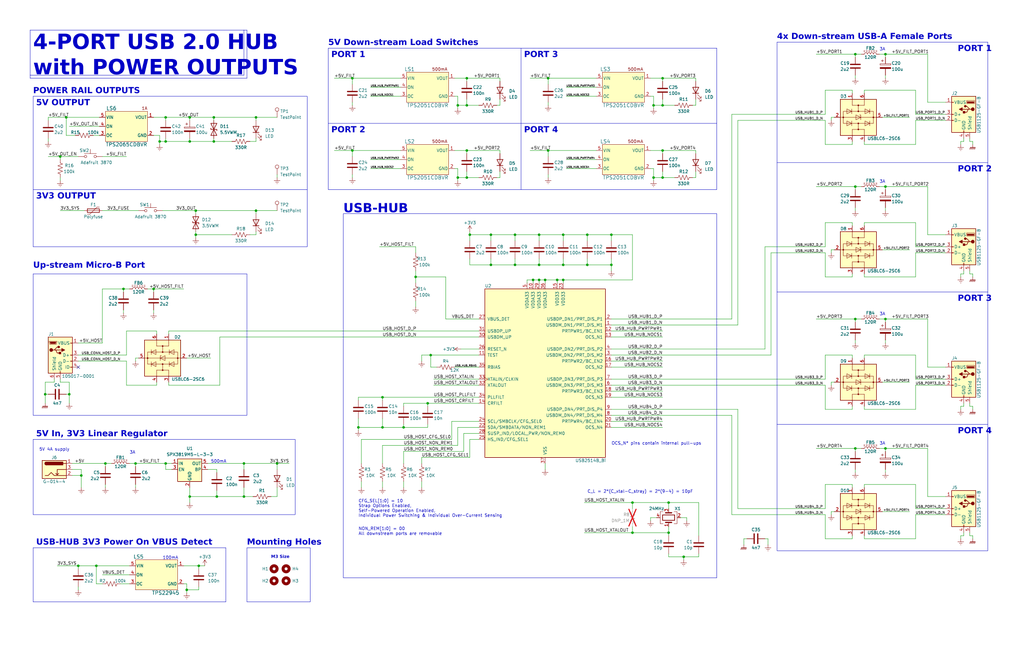
<source format=kicad_sch>
(kicad_sch (version 20231120) (generator "eeschema") (generator_version "8.0")
  (paper "B")
  (junction (at 69.85 195.58))
  (junction (at 80.01 59.69))
  (junction (at 170.18 180.34))
  (junction (at 231.14 33.02))
  (junction (at 234.95 118.11))
  (junction (at 33.02 238.76))
  (junction (at 257.81 99.06))
  (junction (at 247.65 111.76))
  (junction (at 196.85 63.5))
  (junction (at 90.17 59.69))
  (junction (at 91.44 209.55))
  (junction (at 360.68 22.86))
  (junction (at 217.17 111.76))
  (junction (at 275.59 44.45))
  (junction (at 80.01 209.55))
  (junction (at 34.29 200.66))
  (junction (at 40.64 238.76))
  (junction (at 231.14 63.5))
  (junction (at 227.33 118.11))
  (junction (at 266.7 212.09))
  (junction (at 148.59 33.02))
  (junction (at 80.01 49.53))
  (junction (at 229.87 118.11))
  (junction (at 360.68 78.74))
  (junction (at 373.38 22.86))
  (junction (at 193.04 44.45))
  (junction (at 288.29 234.95))
  (junction (at 151.13 180.34))
  (junction (at 217.17 99.06))
  (junction (at 279.4 74.93))
  (junction (at 181.61 149.86))
  (junction (at 102.87 209.55))
  (junction (at 237.49 99.06))
  (junction (at 175.26 116.84))
  (junction (at 237.49 118.11))
  (junction (at 266.7 224.79))
  (junction (at 247.65 99.06))
  (junction (at 161.29 167.64))
  (junction (at 196.85 44.45))
  (junction (at 373.38 78.74))
  (junction (at 207.01 99.06))
  (junction (at 90.17 49.53))
  (junction (at 107.95 49.53))
  (junction (at 69.85 59.69))
  (junction (at 373.38 189.23))
  (junction (at 227.33 99.06))
  (junction (at 275.59 74.93))
  (junction (at 67.31 59.69))
  (junction (at 83.82 238.76))
  (junction (at 281.94 224.79))
  (junction (at 52.07 121.92))
  (junction (at 27.94 49.53))
  (junction (at 82.55 99.06))
  (junction (at 29.21 166.37))
  (junction (at 57.15 195.58))
  (junction (at 198.12 99.06))
  (junction (at 193.04 74.93))
  (junction (at 69.85 49.53))
  (junction (at 44.45 195.58))
  (junction (at 281.94 212.09))
  (junction (at 279.4 44.45))
  (junction (at 224.79 118.11))
  (junction (at 116.84 195.58))
  (junction (at 227.33 111.76))
  (junction (at 196.85 33.02))
  (junction (at 279.4 63.5))
  (junction (at 107.95 88.9))
  (junction (at 25.4 66.04))
  (junction (at 78.74 248.92))
  (junction (at 360.68 134.62))
  (junction (at 19.05 166.37))
  (junction (at 64.77 121.92))
  (junction (at 148.59 63.5))
  (junction (at 102.87 195.58))
  (junction (at 180.34 170.18))
  (junction (at 360.68 189.23))
  (junction (at 207.01 111.76))
  (junction (at 279.4 33.02))
  (junction (at 257.81 111.76))
  (junction (at 373.38 134.62))
  (junction (at 82.55 88.9))
  (junction (at 196.85 74.93))
  (junction (at 161.29 180.34))
  (junction (at 237.49 111.76))
  (no_connect (at 33.02 154.94))
  (wire (pts (xy 347.98 149.86) (xy 347.98 160.02)))
  (wire (pts (xy 266.7 224.79) (xy 246.38 224.79)))
  (wire (pts (xy 410.21 115.57) (xy 408.94 115.57)))
  (wire (pts (xy 281.94 224.79) (xy 281.94 226.06)))
  (wire (pts (xy 247.65 111.76) (xy 257.81 111.76)))
  (wire (pts (xy 350.52 215.9) (xy 350.52 217.17)))
  (wire (pts (xy 238.76 40.64) (xy 251.46 40.64)))
  (wire (pts (xy 364.49 227.33) (xy 364.49 226.06)))
  (wire (pts (xy 207.01 109.22) (xy 207.01 111.76)))
  (wire (pts (xy 151.13 180.34) (xy 151.13 176.53)))
  (wire (pts (xy 359.41 172.72) (xy 347.98 172.72)))
  (wire (pts (xy 25.4 160.02) (xy 25.4 161.29)))
  (wire (pts (xy 20.32 58.42) (xy 20.32 59.69)))
  (wire (pts (xy 279.4 64.77) (xy 279.4 63.5)))
  (wire (pts (xy 64.77 123.19) (xy 64.77 121.92)))
  (wire (pts (xy 359.41 204.47) (xy 347.98 204.47)))
  (wire (pts (xy 30.48 195.58) (xy 44.45 195.58)))
  (wire (pts (xy 22.86 160.02) (xy 22.86 161.29)))
  (wire (pts (xy 43.18 66.04) (xy 53.34 66.04)))
  (wire (pts (xy 266.7 222.25) (xy 266.7 224.79)))
  (wire (pts (xy 386.08 162.56) (xy 386.08 172.72)))
  (wire (pts (xy 373.38 134.62) (xy 370.84 134.62)))
  (wire (pts (xy 71.12 162.56) (xy 92.71 162.56)))
  (wire (pts (xy 322.58 104.14) (xy 322.58 147.32)))
  (wire (pts (xy 347.98 38.1) (xy 347.98 48.26)))
  (wire (pts (xy 195.58 190.5) (xy 170.18 190.5)))
  (wire (pts (xy 34.29 200.66) (xy 34.29 205.74)))
  (wire (pts (xy 325.12 106.68) (xy 325.12 149.86)))
  (polyline (pts (xy 12.7 31.75) (xy 12.7 12.7)))
  (wire (pts (xy 372.11 105.41) (xy 383.54 105.41)))
  (wire (pts (xy 350.52 49.53) (xy 351.79 49.53)))
  (wire (pts (xy 196.85 33.02) (xy 210.82 33.02)))
  (wire (pts (xy 293.37 33.02) (xy 293.37 34.29)))
  (wire (pts (xy 66.04 162.56) (xy 66.04 161.29)))
  (wire (pts (xy 406.4 115.57) (xy 405.13 115.57)))
  (wire (pts (xy 67.31 57.15) (xy 67.31 59.69)))
  (wire (pts (xy 364.49 204.47) (xy 386.08 204.47)))
  (wire (pts (xy 308.61 48.26) (xy 308.61 134.62)))
  (wire (pts (xy 364.49 60.96) (xy 364.49 59.69)))
  (wire (pts (xy 279.4 63.5) (xy 293.37 63.5)))
  (wire (pts (xy 373.38 135.89) (xy 373.38 134.62)))
  (wire (pts (xy 410.21 171.45) (xy 408.94 171.45)))
  (wire (pts (xy 182.88 162.56) (xy 201.93 162.56)))
  (wire (pts (xy 69.85 198.12) (xy 72.39 198.12)))
  (wire (pts (xy 274.32 71.12) (xy 275.59 71.12)))
  (wire (pts (xy 325.12 149.86) (xy 257.81 149.86)))
  (wire (pts (xy 293.37 63.5) (xy 293.37 64.77)))
  (wire (pts (xy 257.81 165.1) (xy 279.4 165.1)))
  (wire (pts (xy 257.81 154.94) (xy 279.4 154.94)))
  (wire (pts (xy 279.4 74.93) (xy 275.59 74.93)))
  (wire (pts (xy 405.13 59.69) (xy 405.13 60.96)))
  (polyline (pts (xy 102.87 12.7) (xy 102.87 31.75)))
  (wire (pts (xy 373.38 31.75) (xy 373.38 33.02)))
  (wire (pts (xy 231.14 33.02) (xy 231.14 35.56)))
  (wire (pts (xy 360.68 189.23) (xy 360.68 190.5)))
  (wire (pts (xy 257.81 111.76) (xy 257.81 114.3)))
  (wire (pts (xy 78.74 151.13) (xy 88.9 151.13)))
  (wire (pts (xy 217.17 99.06) (xy 217.17 101.6)))
  (wire (pts (xy 210.82 33.02) (xy 210.82 34.29)))
  (wire (pts (xy 406.4 114.3) (xy 406.4 115.57)))
  (wire (pts (xy 177.8 193.04) (xy 198.12 193.04)))
  (polyline (pts (xy 138.43 52.07) (xy 302.26 52.07)))
  (wire (pts (xy 68.58 88.9) (xy 82.55 88.9)))
  (wire (pts (xy 266.7 99.06) (xy 257.81 99.06)))
  (wire (pts (xy 359.41 171.45) (xy 359.41 172.72)))
  (wire (pts (xy 90.17 49.53) (xy 90.17 50.8)))
  (wire (pts (xy 373.38 22.86) (xy 370.84 22.86)))
  (wire (pts (xy 33.02 238.76) (xy 40.64 238.76)))
  (wire (pts (xy 279.4 44.45) (xy 284.48 44.45)))
  (wire (pts (xy 30.48 198.12) (xy 34.29 198.12)))
  (wire (pts (xy 196.85 34.29) (xy 196.85 33.02)))
  (wire (pts (xy 373.38 134.62) (xy 391.16 134.62)))
  (wire (pts (xy 193.04 44.45) (xy 193.04 45.72)))
  (wire (pts (xy 152.4 203.2) (xy 152.4 205.74)))
  (wire (pts (xy 148.59 73.66) (xy 148.59 74.93)))
  (wire (pts (xy 360.68 134.62) (xy 360.68 135.89)))
  (wire (pts (xy 227.33 111.76) (xy 237.49 111.76)))
  (wire (pts (xy 292.1 74.93) (xy 293.37 74.93)))
  (wire (pts (xy 266.7 212.09) (xy 266.7 214.63)))
  (wire (pts (xy 196.85 63.5) (xy 210.82 63.5)))
  (wire (pts (xy 107.95 88.9) (xy 116.84 88.9)))
  (wire (pts (xy 234.95 118.11) (xy 234.95 119.38)))
  (wire (pts (xy 170.18 170.18) (xy 170.18 171.45)))
  (wire (pts (xy 217.17 99.06) (xy 207.01 99.06)))
  (wire (pts (xy 25.4 66.04) (xy 25.4 67.31)))
  (wire (pts (xy 82.55 99.06) (xy 97.79 99.06)))
  (wire (pts (xy 359.41 93.98) (xy 347.98 93.98)))
  (wire (pts (xy 386.08 104.14) (xy 398.78 104.14)))
  (wire (pts (xy 391.16 209.55) (xy 391.16 189.23)))
  (wire (pts (xy 175.26 104.14) (xy 160.02 104.14)))
  (wire (pts (xy 257.81 134.62) (xy 308.61 134.62)))
  (wire (pts (xy 408.94 59.69) (xy 408.94 58.42)))
  (wire (pts (xy 364.49 39.37) (xy 364.49 38.1)))
  (wire (pts (xy 227.33 118.11) (xy 229.87 118.11)))
  (wire (pts (xy 207.01 111.76) (xy 217.17 111.76)))
  (wire (pts (xy 25.4 161.29) (xy 29.21 161.29)))
  (wire (pts (xy 29.21 161.29) (xy 29.21 166.37)))
  (wire (pts (xy 198.12 111.76) (xy 207.01 111.76)))
  (wire (pts (xy 180.34 179.07) (xy 180.34 180.34)))
  (polyline (pts (xy 12.7 31.75) (xy 102.87 31.75)))
  (wire (pts (xy 294.64 234.95) (xy 288.29 234.95)))
  (wire (pts (xy 347.98 93.98) (xy 347.98 104.14)))
  (wire (pts (xy 210.82 74.93) (xy 210.82 72.39)))
  (wire (pts (xy 64.77 49.53) (xy 69.85 49.53)))
  (wire (pts (xy 161.29 176.53) (xy 161.29 180.34)))
  (wire (pts (xy 293.37 44.45) (xy 293.37 41.91)))
  (wire (pts (xy 175.26 127) (xy 175.26 129.54)))
  (wire (pts (xy 196.85 74.93) (xy 201.93 74.93)))
  (wire (pts (xy 363.22 134.62) (xy 360.68 134.62)))
  (wire (pts (xy 231.14 43.18) (xy 231.14 44.45)))
  (wire (pts (xy 237.49 111.76) (xy 247.65 111.76)))
  (wire (pts (xy 191.77 40.64) (xy 193.04 40.64)))
  (polyline (pts (xy 13.97 80.01) (xy 129.54 80.01)))
  (wire (pts (xy 281.94 212.09) (xy 266.7 212.09)))
  (wire (pts (xy 69.85 49.53) (xy 80.01 49.53)))
  (wire (pts (xy 107.95 99.06) (xy 105.41 99.06)))
  (wire (pts (xy 281.94 234.95) (xy 281.94 233.68)))
  (wire (pts (xy 360.68 143.51) (xy 360.68 144.78)))
  (wire (pts (xy 364.49 38.1) (xy 386.08 38.1)))
  (wire (pts (xy 223.52 63.5) (xy 231.14 63.5)))
  (wire (pts (xy 71.12 139.7) (xy 201.93 139.7)))
  (wire (pts (xy 90.17 49.53) (xy 107.95 49.53)))
  (wire (pts (xy 201.93 185.42) (xy 198.12 185.42)))
  (wire (pts (xy 257.81 99.06) (xy 247.65 99.06)))
  (wire (pts (xy 275.59 71.12) (xy 275.59 74.93)))
  (wire (pts (xy 180.34 170.18) (xy 180.34 171.45)))
  (wire (pts (xy 34.29 198.12) (xy 34.29 200.66)))
  (wire (pts (xy 281.94 212.09) (xy 281.94 214.63)))
  (wire (pts (xy 198.12 97.79) (xy 198.12 99.06)))
  (wire (pts (xy 116.84 73.66) (xy 116.84 74.93)))
  (wire (pts (xy 373.38 80.01) (xy 373.38 78.74)))
  (wire (pts (xy 52.07 121.92) (xy 52.07 123.19)))
  (wire (pts (xy 247.65 99.06) (xy 247.65 101.6)))
  (wire (pts (xy 386.08 60.96) (xy 364.49 60.96)))
  (wire (pts (xy 82.55 99.06) (xy 82.55 100.33)))
  (wire (pts (xy 43.18 242.57) (xy 54.61 242.57)))
  (wire (pts (xy 27.94 49.53) (xy 27.94 57.15)))
  (wire (pts (xy 52.07 121.92) (xy 54.61 121.92)))
  (wire (pts (xy 373.38 78.74) (xy 370.84 78.74)))
  (wire (pts (xy 289.56 218.44) (xy 287.02 218.44)))
  (wire (pts (xy 57.15 195.58) (xy 54.61 195.58)))
  (wire (pts (xy 161.29 180.34) (xy 170.18 180.34)))
  (wire (pts (xy 53.34 162.56) (xy 66.04 162.56)))
  (wire (pts (xy 238.76 36.83) (xy 251.46 36.83)))
  (wire (pts (xy 193.04 40.64) (xy 193.04 44.45)))
  (wire (pts (xy 87.63 195.58) (xy 102.87 195.58)))
  (wire (pts (xy 373.38 24.13) (xy 373.38 22.86)))
  (wire (pts (xy 350.52 161.29) (xy 350.52 162.56)))
  (wire (pts (xy 92.71 162.56) (xy 92.71 142.24)))
  (wire (pts (xy 257.81 162.56) (xy 347.98 162.56)))
  (wire (pts (xy 210.82 44.45) (xy 210.82 41.91)))
  (wire (pts (xy 187.96 134.62) (xy 201.93 134.62)))
  (wire (pts (xy 274.32 40.64) (xy 275.59 40.64)))
  (wire (pts (xy 405.13 226.06) (xy 405.13 227.33)))
  (wire (pts (xy 194.31 147.32) (xy 201.93 147.32)))
  (wire (pts (xy 391.16 154.94) (xy 398.78 154.94)))
  (wire (pts (xy 373.38 190.5) (xy 373.38 189.23)))
  (wire (pts (xy 386.08 93.98) (xy 386.08 104.14)))
  (wire (pts (xy 360.68 78.74) (xy 360.68 80.01)))
  (wire (pts (xy 275.59 44.45) (xy 275.59 45.72)))
  (wire (pts (xy 227.33 118.11) (xy 227.33 119.38)))
  (wire (pts (xy 177.8 149.86) (xy 177.8 152.4)))
  (wire (pts (xy 53.34 149.86) (xy 53.34 139.7)))
  (wire (pts (xy 231.14 33.02) (xy 251.46 33.02)))
  (wire (pts (xy 175.26 116.84) (xy 187.96 116.84)))
  (wire (pts (xy 373.38 87.63) (xy 373.38 88.9)))
  (wire (pts (xy 52.07 130.81) (xy 52.07 132.08)))
  (wire (pts (xy 224.79 118.11) (xy 227.33 118.11)))
  (wire (pts (xy 43.18 144.78) (xy 33.02 144.78)))
  (wire (pts (xy 207.01 99.06) (xy 198.12 99.06)))
  (wire (pts (xy 25.4 88.9) (xy 35.56 88.9)))
  (wire (pts (xy 57.15 196.85) (xy 57.15 195.58)))
  (wire (pts (xy 43.18 144.78) (xy 43.18 121.92)))
  (wire (pts (xy 193.04 71.12) (xy 193.04 74.93)))
  (wire (pts (xy 82.55 97.79) (xy 82.55 99.06)))
  (wire (pts (xy 386.08 214.63) (xy 398.78 214.63)))
  (wire (pts (xy 359.41 39.37) (xy 359.41 38.1)))
  (wire (pts (xy 257.81 177.8) (xy 279.4 177.8)))
  (wire (pts (xy 217.17 109.22) (xy 217.17 111.76)))
  (wire (pts (xy 31.75 57.15) (xy 27.94 57.15)))
  (wire (pts (xy 311.15 172.72) (xy 257.81 172.72)))
  (wire (pts (xy 82.55 88.9) (xy 82.55 90.17)))
  (wire (pts (xy 288.29 234.95) (xy 288.29 236.22)))
  (wire (pts (xy 91.44 198.12) (xy 91.44 199.39)))
  (wire (pts (xy 359.41 116.84) (xy 347.98 116.84)))
  (wire (pts (xy 391.16 99.06) (xy 391.16 78.74)))
  (polyline (pts (xy 104.14 12.7) (xy 104.14 33.02)))
  (wire (pts (xy 373.38 189.23) (xy 370.84 189.23)))
  (wire (pts (xy 182.88 160.02) (xy 201.93 160.02)))
  (wire (pts (xy 406.4 224.79) (xy 406.4 226.06)))
  (wire (pts (xy 161.29 187.96) (xy 161.29 195.58)))
  (wire (pts (xy 398.78 217.17) (xy 386.08 217.17)))
  (wire (pts (xy 311.15 50.8) (xy 347.98 50.8)))
  (wire (pts (xy 237.49 118.11) (xy 237.49 119.38)))
  (wire (pts (xy 410.21 59.69) (xy 410.21 60.96)))
  (wire (pts (xy 229.87 118.11) (xy 234.95 118.11)))
  (wire (pts (xy 247.65 99.06) (xy 237.49 99.06)))
  (wire (pts (xy 116.84 209.55) (xy 114.3 209.55)))
  (wire (pts (xy 191.77 154.94) (xy 201.93 154.94)))
  (wire (pts (xy 102.87 195.58) (xy 116.84 195.58)))
  (wire (pts (xy 363.22 22.86) (xy 360.68 22.86)))
  (wire (pts (xy 71.12 139.7) (xy 71.12 140.97)))
  (wire (pts (xy 201.93 182.88) (xy 195.58 182.88)))
  (wire (pts (xy 170.18 179.07) (xy 170.18 180.34)))
  (wire (pts (xy 33.02 149.86) (xy 53.34 149.86)))
  (wire (pts (xy 207.01 99.06) (xy 207.01 101.6)))
  (wire (pts (xy 322.58 104.14) (xy 347.98 104.14)))
  (wire (pts (xy 359.41 60.96) (xy 347.98 60.96)))
  (wire (pts (xy 360.68 198.12) (xy 360.68 199.39)))
  (wire (pts (xy 177.8 149.86) (xy 181.61 149.86)))
  (wire (pts (xy 359.41 151.13) (xy 359.41 149.86)))
  (wire (pts (xy 19.05 166.37) (xy 19.05 170.18)))
  (wire (pts (xy 347.98 106.68) (xy 347.98 116.84)))
  (wire (pts (xy 187.96 116.84) (xy 187.96 134.62)))
  (wire (pts (xy 406.4 58.42) (xy 406.4 59.69)))
  (wire (pts (xy 281.94 224.79) (xy 266.7 224.79)))
  (wire (pts (xy 364.49 151.13) (xy 364.49 149.86)))
  (wire (pts (xy 170.18 203.2) (xy 170.18 205.74)))
  (wire (pts (xy 391.16 99.06) (xy 398.78 99.06)))
  (wire (pts (xy 359.41 226.06) (xy 359.41 227.33)))
  (wire (pts (xy 64.77 130.81) (xy 64.77 132.08)))
  (wire (pts (xy 180.34 170.18) (xy 170.18 170.18)))
  (wire (pts (xy 33.02 240.03) (xy 33.02 238.76)))
  (wire (pts (xy 292.1 44.45) (xy 293.37 44.45)))
  (wire (pts (xy 308.61 175.26) (xy 308.61 217.17)))
  (wire (pts (xy 308.61 48.26) (xy 347.98 48.26)))
  (wire (pts (xy 156.21 36.83) (xy 168.91 36.83)))
  (wire (pts (xy 238.76 67.31) (xy 251.46 67.31)))
  (wire (pts (xy 20.32 66.04) (xy 25.4 66.04)))
  (wire (pts (xy 191.77 71.12) (xy 193.04 71.12)))
  (wire (pts (xy 391.16 43.18) (xy 398.78 43.18)))
  (wire (pts (xy 398.78 162.56) (xy 386.08 162.56)))
  (wire (pts (xy 64.77 121.92) (xy 77.47 121.92)))
  (wire (pts (xy 410.21 226.06) (xy 408.94 226.06)))
  (wire (pts (xy 198.12 109.22) (xy 198.12 111.76)))
  (wire (pts (xy 364.49 172.72) (xy 364.49 171.45)))
  (wire (pts (xy 350.52 105.41) (xy 350.52 106.68)))
  (wire (pts (xy 410.21 59.69) (xy 408.94 59.69)))
  (wire (pts (xy 116.84 195.58) (xy 116.84 198.12)))
  (wire (pts (xy 69.85 195.58) (xy 72.39 195.58)))
  (wire (pts (xy 140.97 33.02) (xy 148.59 33.02)))
  (wire (pts (xy 209.55 74.93) (xy 210.82 74.93)))
  (wire (pts (xy 20.32 49.53) (xy 27.94 49.53)))
  (wire (pts (xy 152.4 185.42) (xy 152.4 195.58)))
  (wire (pts (xy 386.08 149.86) (xy 386.08 160.02)))
  (wire (pts (xy 222.25 119.38) (xy 222.25 118.11)))
  (wire (pts (xy 410.21 171.45) (xy 410.21 172.72)))
  (wire (pts (xy 193.04 187.96) (xy 161.29 187.96)))
  (wire (pts (xy 201.93 180.34) (xy 193.04 180.34)))
  (wire (pts (xy 66.04 139.7) (xy 66.04 140.97)))
  (wire (pts (xy 177.8 203.2) (xy 177.8 205.74)))
  (wire (pts (xy 148.59 33.02) (xy 148.59 35.56)))
  (wire (pts (xy 359.41 115.57) (xy 359.41 116.84)))
  (wire (pts (xy 152.4 185.42) (xy 190.5 185.42)))
  (wire (pts (xy 281.94 222.25) (xy 281.94 224.79)))
  (wire (pts (xy 274.32 218.44) (xy 274.32 219.71)))
  (wire (pts (xy 222.25 118.11) (xy 224.79 118.11)))
  (wire (pts (xy 43.18 246.38) (xy 40.64 246.38)))
  (wire (pts (xy 40.64 246.38) (xy 40.64 238.76)))
  (wire (pts (xy 350.52 161.29) (xy 351.79 161.29)))
  (wire (pts (xy 57.15 204.47) (xy 57.15 205.74)))
  (wire (pts (xy 39.37 57.15) (xy 41.91 57.15)))
  (wire (pts (xy 91.44 209.55) (xy 102.87 209.55)))
  (wire (pts (xy 227.33 109.22) (xy 227.33 111.76)))
  (wire (pts (xy 344.17 189.23) (xy 360.68 189.23)))
  (polyline (pts (xy 12.7 12.7) (xy 102.87 12.7)))
  (wire (pts (xy 148.59 63.5) (xy 148.59 66.04)))
  (wire (pts (xy 77.47 238.76) (xy 83.82 238.76)))
  (wire (pts (xy 257.81 142.24) (xy 279.4 142.24)))
  (polyline (pts (xy 12.7 31.75) (xy 12.7 33.02)))
  (wire (pts (xy 102.87 209.55) (xy 106.68 209.55)))
  (wire (pts (xy 83.82 238.76) (xy 83.82 240.03)))
  (wire (pts (xy 44.45 204.47) (xy 44.45 205.74)))
  (wire (pts (xy 406.4 170.18) (xy 406.4 171.45)))
  (wire (pts (xy 107.95 97.79) (xy 107.95 99.06)))
  (wire (pts (xy 257.81 160.02) (xy 347.98 160.02)))
  (wire (pts (xy 231.14 63.5) (xy 251.46 63.5)))
  (wire (pts (xy 410.21 115.57) (xy 410.21 116.84)))
  (wire (pts (xy 80.01 209.55) (xy 91.44 209.55)))
  (wire (pts (xy 30.48 200.66) (xy 34.29 200.66)))
  (wire (pts (xy 58.42 151.13) (xy 57.15 151.13)))
  (wire (pts (xy 410.21 226.06) (xy 410.21 227.33)))
  (wire (pts (xy 360.68 22.86) (xy 360.68 24.13)))
  (wire (pts (xy 360.68 87.63) (xy 360.68 88.9)))
  (wire (pts (xy 406.4 171.45) (xy 405.13 171.45)))
  (wire (pts (xy 406.4 226.06) (xy 405.13 226.06)))
  (wire (pts (xy 359.41 38.1) (xy 347.98 38.1)))
  (wire (pts (xy 29.21 166.37) (xy 27.94 166.37)))
  (wire (pts (xy 257.81 167.64) (xy 279.4 167.64)))
  (wire (pts (xy 43.18 88.9) (xy 58.42 88.9)))
  (wire (pts (xy 69.85 58.42) (xy 69.85 59.69)))
  (wire (pts (xy 82.55 88.9) (xy 107.95 88.9)))
  (wire (pts (xy 364.49 116.84) (xy 364.49 115.57)))
  (wire (pts (xy 196.85 72.39) (xy 196.85 74.93)))
  (wire (pts (xy 386.08 172.72) (xy 364.49 172.72)))
  (wire (pts (xy 102.87 195.58) (xy 102.87 198.12)))
  (wire (pts (xy 246.38 212.09) (xy 266.7 212.09)))
  (wire (pts (xy 408.94 171.45) (xy 408.94 170.18)))
  (wire (pts (xy 276.86 218.44) (xy 274.32 218.44)))
  (wire (pts (xy 107.95 58.42) (xy 107.95 59.69)))
  (wire (pts (xy 29.21 166.37) (xy 29.21 170.18)))
  (wire (pts (xy 92.71 142.24) (xy 201.93 142.24)))
  (wire (pts (xy 279.4 44.45) (xy 275.59 44.45)))
  (wire (pts (xy 33.02 152.4) (xy 53.34 152.4)))
  (wire (pts (xy 364.49 149.86) (xy 386.08 149.86)))
  (wire (pts (xy 175.26 114.3) (xy 175.26 116.84)))
  (wire (pts (xy 177.8 193.04) (xy 177.8 195.58)))
  (wire (pts (xy 25.4 66.04) (xy 33.02 66.04)))
  (wire (pts (xy 140.97 63.5) (xy 148.59 63.5)))
  (wire (pts (xy 347.98 50.8) (xy 347.98 60.96)))
  (wire (pts (xy 161.29 180.34) (xy 151.13 180.34)))
  (wire (pts (xy 364.49 205.74) (xy 364.49 204.47)))
  (wire (pts (xy 151.13 180.34) (xy 151.13 181.61)))
  (wire (pts (xy 359.41 95.25) (xy 359.41 93.98)))
  (wire (pts (xy 313.69 229.87) (xy 313.69 227.33)))
  (wire (pts (xy 247.65 109.22) (xy 247.65 111.76)))
  (wire (pts (xy 344.17 22.86) (xy 360.68 22.86)))
  (wire (pts (xy 44.45 195.58) (xy 46.99 195.58)))
  (wire (pts (xy 198.12 99.06) (xy 198.12 101.6)))
  (wire (pts (xy 57.15 151.13) (xy 57.15 152.4)))
  (wire (pts (xy 195.58 182.88) (xy 195.58 190.5)))
  (wire (pts (xy 359.41 59.69) (xy 359.41 60.96)))
  (wire (pts (xy 102.87 205.74) (xy 102.87 209.55)))
  (wire (pts (xy 57.15 195.58) (xy 69.85 195.58)))
  (wire (pts (xy 196.85 41.91) (xy 196.85 44.45)))
  (wire (pts (xy 373.38 78.74) (xy 391.16 78.74)))
  (polyline (pts (xy 12.7 33.02) (xy 104.14 33.02)))
  (wire (pts (xy 344.17 134.62) (xy 360.68 134.62)))
  (wire (pts (xy 69.85 195.58) (xy 69.85 198.12)))
  (wire (pts (xy 231.14 73.66) (xy 231.14 74.93)))
  (wire (pts (xy 363.22 78.74) (xy 360.68 78.74)))
  (wire (pts (xy 184.15 154.94) (xy 181.61 154.94)))
  (wire (pts (xy 44.45 195.58) (xy 44.45 196.85)))
  (wire (pts (xy 196.85 44.45) (xy 201.93 44.45)))
  (wire (pts (xy 107.95 88.9) (xy 107.95 90.17)))
  (wire (pts (xy 386.08 38.1) (xy 386.08 48.26)))
  (wire (pts (xy 116.84 205.74) (xy 116.84 209.55)))
  (wire (pts (xy 77.47 246.38) (xy 78.74 246.38)))
  (wire (pts (xy 234.95 118.11) (xy 237.49 118.11)))
  (wire (pts (xy 78.74 248.92) (xy 83.82 248.92)))
  (wire (pts (xy 29.21 53.34) (xy 41.91 53.34)))
  (wire (pts (xy 398.78 50.8) (xy 386.08 50.8)))
  (wire (pts (xy 266.7 118.11) (xy 266.7 99.06)))
  (wire (pts (xy 53.34 139.7) (xy 66.04 139.7)))
  (wire (pts (xy 386.08 227.33) (xy 364.49 227.33)))
  (wire (pts (xy 78.74 246.38) (xy 78.74 248.92)))
  (wire (pts (xy 180.34 180.34) (xy 170.18 180.34)))
  (wire (pts (xy 274.32 63.5) (xy 279.4 63.5)))
  (wire (pts (xy 274.32 33.02) (xy 279.4 33.02)))
  (wire (pts (xy 350.52 49.53) (xy 350.52 50.8)))
  (wire (pts (xy 347.98 162.56) (xy 347.98 172.72)))
  (wire (pts (xy 408.94 226.06) (xy 408.94 224.79)))
  (wire (pts (xy 359.41 227.33) (xy 347.98 227.33)))
  (polyline (pts (xy 327.66 123.19) (xy 414.02 123.19)))
  (wire (pts (xy 91.44 207.01) (xy 91.44 209.55)))
  (wire (pts (xy 161.29 167.64) (xy 201.93 167.64)))
  (wire (pts (xy 80.01 205.74) (xy 80.01 209.55)))
  (wire (pts (xy 323.85 229.87) (xy 323.85 227.33)))
  (wire (pts (xy 279.4 74.93) (xy 284.48 74.93)))
  (wire (pts (xy 405.13 115.57) (xy 405.13 116.84)))
  (wire (pts (xy 386.08 116.84) (xy 364.49 116.84)))
  (wire (pts (xy 25.4 74.93) (xy 25.4 76.2)))
  (wire (pts (xy 257.81 180.34) (xy 279.4 180.34)))
  (wire (pts (xy 279.4 72.39) (xy 279.4 74.93)))
  (wire (pts (xy 148.59 63.5) (xy 168.91 63.5)))
  (wire (pts (xy 33.02 247.65) (xy 33.02 248.92)))
  (wire (pts (xy 156.21 40.64) (xy 168.91 40.64)))
  (wire (pts (xy 217.17 111.76) (xy 227.33 111.76)))
  (wire (pts (xy 386.08 48.26) (xy 398.78 48.26)))
  (wire (pts (xy 80.01 209.55) (xy 80.01 212.09)))
  (wire (pts (xy 24.13 238.76) (xy 33.02 238.76)))
  (wire (pts (xy 391.16 154.94) (xy 391.16 134.62)))
  (wire (pts (xy 359.41 149.86) (xy 347.98 149.86)))
  (wire (pts (xy 121.92 195.58) (xy 116.84 195.58)))
  (wire (pts (xy 360.68 31.75) (xy 360.68 33.02)))
  (wire (pts (xy 229.87 195.58) (xy 229.87 198.12)))
  (wire (pts (xy 238.76 71.12) (xy 251.46 71.12)))
  (wire (pts (xy 372.11 215.9) (xy 383.54 215.9)))
  (wire (pts (xy 391.16 43.18) (xy 391.16 22.86)))
  (polyline (pts (xy 414.02 123.19) (xy 416.56 123.19)))
  (wire (pts (xy 151.13 167.64) (xy 151.13 168.91)))
  (wire (pts (xy 196.85 44.45) (xy 193.04 44.45)))
  (wire (pts (xy 90.17 59.69) (xy 97.79 59.69)))
  (wire (pts (xy 107.95 49.53) (xy 116.84 49.53)))
  (wire (pts (xy 308.61 217.17) (xy 347.98 217.17)))
  (wire (pts (xy 19.05 161.29) (xy 19.05 166.37)))
  (wire (pts (xy 386.08 106.68) (xy 386.08 116.84)))
  (wire (pts (xy 398.78 106.68) (xy 386.08 106.68)))
  (wire (pts (xy 350.52 105.41) (xy 351.79 105.41)))
  (wire (pts (xy 64.77 57.15) (xy 67.31 57.15)))
  (wire (pts (xy 386.08 50.8) (xy 386.08 60.96)))
  (wire (pts (xy 322.58 147.32) (xy 257.81 147.32)))
  (wire (pts (xy 175.26 116.84) (xy 175.26 119.38)))
  (wire (pts (xy 78.74 248.92) (xy 78.74 250.19)))
  (wire (pts (xy 67.31 59.69) (xy 67.31 60.96)))
  (wire (pts (xy 347.98 204.47) (xy 347.98 214.63)))
  (wire (pts (xy 257.81 139.7) (xy 279.4 139.7)))
  (wire (pts (xy 408.94 115.57) (xy 408.94 114.3)))
  (wire (pts (xy 193.04 74.93) (xy 193.04 76.2)))
  (wire (pts (xy 237.49 99.06) (xy 227.33 99.06)))
  (wire (pts (xy 227.33 99.06) (xy 227.33 101.6)))
  (wire (pts (xy 275.59 74.93) (xy 275.59 76.2)))
  (polyline (pts (xy 327.66 179.07) (xy 416.56 179.07)))
  (wire (pts (xy 50.8 246.38) (xy 54.61 246.38)))
  (wire (pts (xy 237.49 118.11) (xy 266.7 118.11)))
  (wire (pts (xy 224.79 119.38) (xy 224.79 118.11)))
  (wire (pts (xy 373.38 189.23) (xy 391.16 189.23)))
  (wire (pts (xy 289.56 218.44) (xy 289.56 219.71)))
  (wire (pts (xy 67.31 59.69) (xy 69.85 59.69)))
  (wire (pts (xy 257.81 111.76) (xy 257.81 109.22)))
  (wire (pts (xy 181.61 149.86) (xy 201.93 149.86)))
  (wire (pts (xy 347.98 217.17) (xy 347.98 227.33)))
  (wire (pts (xy 391.16 209.55) (xy 398.78 209.55)))
  (wire (pts (xy 279.4 41.91) (xy 279.4 44.45)))
  (wire (pts (xy 406.4 59.69) (xy 405.13 59.69)))
  (wire (pts (xy 148.59 43.18) (xy 148.59 44.45)))
  (wire (pts (xy 405.13 171.45) (xy 405.13 172.72)))
  (wire (pts (xy 80.01 49.53) (xy 90.17 49.53)))
  (wire (pts (xy 223.52 33.02) (xy 231.14 33.02)))
  (polyline (pts (xy 102.87 12.7) (xy 104.14 12.7)))
  (wire (pts (xy 257.81 137.16) (xy 311.15 137.16)))
  (wire (pts (xy 227.33 99.06) (xy 217.17 99.06)))
  (wire (pts (xy 386.08 160.02) (xy 398.78 160.02)))
  (wire (pts (xy 80.01 59.69) (xy 80.01 58.42)))
  (wire (pts (xy 288.29 234.95) (xy 281.94 234.95)))
  (wire (pts (xy 69.85 59.69) (xy 80.01 59.69)))
  (wire (pts (xy 196.85 74.93) (xy 193.04 74.93)))
  (wire (pts (xy 373.38 22.86) (xy 391.16 22.86)))
  (wire (pts (xy 364.49 95.25) (xy 364.49 93.98)))
  (wire (pts (xy 80.01 49.53) (xy 80.01 50.8)))
  (wire (pts (xy 170.18 190.5) (xy 170.18 195.58)))
  (wire (pts (xy 148.59 33.02) (xy 168.91 33.02)))
  (wire (pts (xy 201.93 170.18) (xy 180.34 170.18)))
  (wire (pts (xy 257.81 175.26) (xy 308.61 175.26)))
  (wire (pts (xy 40.64 238.76) (xy 54.61 238.76)))
  (wire (pts (xy 372.11 161.29) (xy 383.54 161.29)))
  (wire (pts (xy 386.08 217.17) (xy 386.08 227.33)))
  (wire (pts (xy 373.38 198.12) (xy 373.38 199.39)))
  (wire (pts (xy 156.21 67.31) (xy 168.91 67.31)))
  (wire (pts (xy 175.26 106.68) (xy 175.26 104.14)))
  (wire (pts (xy 237.49 99.06) (xy 237.49 101.6)))
  (wire (pts (xy 191.77 33.02) (xy 196.85 33.02)))
  (wire (pts (xy 161.29 203.2) (xy 161.29 205.74)))
  (wire (pts (xy 386.08 204.47) (xy 386.08 214.63)))
  (wire (pts (xy 325.12 106.68) (xy 347.98 106.68)))
  (wire (pts (xy 311.15 214.63) (xy 347.98 214.63)))
  (wire (pts (xy 209.55 44.45) (xy 210.82 44.45)))
  (wire (pts (xy 107.95 59.69) (xy 105.41 59.69)))
  (wire (pts (xy 83.82 247.65) (xy 83.82 248.92)))
  (wire (pts (xy 20.32 50.8) (xy 20.32 49.53)))
  (wire (pts (xy 293.37 74.93) (xy 293.37 72.39)))
  (wire (pts (xy 107.95 49.53) (xy 107.95 50.8)))
  (wire (pts (xy 311.15 137.16) (xy 311.15 50.8)))
  (wire (pts (xy 275.59 40.64) (xy 275.59 44.45)))
  (wire (pts (xy 190.5 177.8) (xy 190.5 185.42)))
  (wire (pts (xy 69.85 49.53) (xy 69.85 50.8)))
  (wire (pts (xy 161.29 167.64) (xy 161.29 168.91)))
  (wire (pts (xy 191.77 63.5) (xy 196.85 63.5)))
  (wire (pts (xy 196.85 64.77) (xy 196.85 63.5)))
  (wire (pts (xy 53.34 152.4) (xy 53.34 162.56)))
  (wire (pts (xy 80.01 59.69) (xy 90.17 59.69)))
  (wire (pts (xy 231.14 63.5) (xy 231.14 66.04)))
  (wire (pts (xy 279.4 34.29) (xy 279.4 33.02)))
  (wire (pts (xy 313.69 227.33) (xy 314.96 227.33)))
  (wire (pts (xy 373.38 143.51) (xy 373.38 144.78)))
  (wire (pts (xy 87.63 198.12) (xy 91.44 198.12)))
  (wire (pts (xy 64.77 121.92) (xy 62.23 121.92)))
  (wire (pts (xy 257.81 99.06) (xy 257.81 101.6)))
  (wire (pts (xy 27.94 49.53) (xy 41.91 49.53)))
  (wire (pts (xy 344.17 78.74) (xy 360.68 78.74)))
  (polyline (pts (xy 219.71 20.32) (xy 219.71 80.01)))
  (wire (pts (xy 198.12 185.42) (xy 198.12 193.04)))
  (wire (pts (xy 210.82 63.5) (xy 210.82 64.77)))
  (wire (pts (xy 237.49 109.22) (xy 237.49 111.76)))
  (wire (pts (xy 364.49 93.98) (xy 386.08 93.98)))
  (wire (pts (xy 350.52 215.9) (xy 351.79 215.9)))
  (wire (pts (xy 181.61 154.94) (xy 181.61 149.86)))
  (wire (pts (xy 161.29 167.64) (xy 151.13 167.64)))
  (wire (pts (xy 294.64 234.95) (xy 294.64 233.68)))
  (wire (pts (xy 193.04 180.34) (xy 193.04 187.96)))
  (wire (pts (xy 359.41 205.74) (xy 359.41 204.47)))
  (wire (pts (xy 257.81 152.4) (xy 279.4 152.4)))
  (wire (pts (xy 71.12 162.56) (xy 71.12 161.29)))
  (wire (pts (xy 190.5 177.8) (xy 201.93 177.8)))
  (wire (pts (xy 281.94 212.09) (xy 294.64 212.09)))
  (wire (pts (xy 90.17 58.42) (xy 90.17 59.69)))
  (wire (pts (xy 156.21 71.12) (xy 168.91 71.12)))
  (wire (pts (xy 323.85 227.33) (xy 322.58 227.33)))
  (wire (pts (xy 19.05 166.37) (xy 20.32 166.37)))
  (wire (pts (xy 229.87 118.11) (xy 229.87 119.38)))
  (polyline (pts (xy 327.66 68.58) (xy 416.56 68.58)))
  (wire (pts (xy 22.86 161.29) (xy 19.05 161.29)))
  (wire (pts (xy 311.15 214.63) (xy 311.15 172.72)))
  (wire (pts (xy 43.18 121.92) (xy 52.07 121.92)))
  (wire (pts (xy 294.64 212.09) (xy 294.64 226.06)))
  (wire (pts (xy 363.22 189.23) (xy 360.68 189.23)))
  (wire (pts (xy 372.11 49.53) (xy 383.54 49.53)))
  (wire (pts (xy 279.4 33.02) (xy 293.37 33.02)))
  (wire (pts (xy 83.82 238.76) (xy 86.36 238.76)))
  (rectangle (start 104.14 231.14) (end 130.81 254))
  (rectangle (start 13.97 185.42) (end 124.46 217.17))
  (rectangle (start 13.97 40.64) (end 129.54 104.14))
  (rectangle (start 138.43 20.32) (end 302.26 80.01))
  (rectangle (start 13.97 231.14) (end 95.25 254))
  (rectangle (start 13.97 115.57) (end 104.14 175.26))
  (rectangle (start 327.66 17.78) (end 416.56 232.41))
  (rectangle (start 144.78 90.17) (end 302.26 243.84))
  (text "3A" (at 54.61 191.77 0) (effects (font (size 1.27 1.27)) (justify left bottom)))
  (text "5V OUTPUT" (at 15.24 45.72 0) (effects (font (size 2.54 2.54) (thickness 0.508) (bold yes) (italic yes)) (justify left bottom)))
  (text "5V In, 3V3 Linear Regulator" (at 15.24 185.42 0) (effects (font (size 2.54 2.54) (thickness 0.508) (bold yes) (italic yes)) (justify left bottom)))
  (text "NON_REM[1:0] = 00\nAll downstream ports are removable" (at 151.13 226.06 0) (effects (font (size 1.27 1.27)) (justify left bottom)))
  (text "POWER RAIL OUTPUTS" (at 13.97 40.64 0) (effects (font (size 2.54 2.54) (thickness 0.508) (bold yes) (italic yes)) (justify left bottom)))
  (text "5V Down-stream Load Switches" (at 138.43 20.32 0) (effects (font (size 2.54 2.54) (thickness 0.508) (bold yes) (italic yes)) (justify left bottom)))
  (text "PORT 2\n" (at 403.86 73.66 0) (effects (font (size 2.54 2.54) (thickness 0.508) (bold yes) (italic yes)) (justify left bottom)))
  (text "OCS_N* pins contain internal pull-ups" (at 257.81 187.96 0) (effects (font (size 1.27 1.27)) (justify left bottom)))
  (text "M3 Size\n" (at 114.3 236.22 0) (effects (font (size 1.27 1.27) (thickness 0.508) (bold yes) (italic yes)) (justify left bottom)))
  (text "C_L = 2*(C_xtal-C_stray) = 2*(9-4) = 10pF\n" (at 247.65 208.28 0) (effects (font (size 1.27 1.27)) (justify left bottom)))
  (text "5V 4A supply\n" (at 16.51 190.5 0) (effects (font (size 1.27 1.27)) (justify left bottom)))
  (text "PORT 2\n" (at 139.7 57.15 0) (effects (font (size 2.54 2.54) (thickness 0.508) (bold yes) (italic yes)) (justify left bottom)))
  (text "PORT 4\n" (at 220.98 57.15 0) (effects (font (size 2.54 2.54) (thickness 0.508) (bold yes) (italic yes)) (justify left bottom)))
  (text "PORT 1" (at 403.86 22.86 0) (effects (font (size 2.54 2.54) (thickness 0.508) (bold yes) (italic yes)) (justify left bottom)))
  (text "3A" (at 370.84 187.96 0) (effects (font (size 1.27 1.27)) (justify left bottom)))
  (text "PORT 3\n" (at 403.86 128.27 0) (effects (font (size 2.54 2.54) (thickness 0.508) (bold yes) (italic yes)) (justify left bottom)))
  (text "3A" (at 370.84 21.59 0) (effects (font (size 1.27 1.27)) (justify left bottom)))
  (text "100mA\n" (at 68.58 236.22 0) (effects (font (size 1.27 1.27)) (justify left bottom)))
  (text "PORT 1" (at 139.7 25.4 0) (effects (font (size 2.54 2.54) (thickness 0.508) (bold yes) (italic yes)) (justify left bottom)))
  (text "3V3 OUTPUT" (at 15.24 85.09 0) (effects (font (size 2.54 2.54) (thickness 0.508) (bold yes) (italic yes)) (justify left bottom)))
  (text "PORT 4\n" (at 403.86 184.15 0) (effects (font (size 2.54 2.54) (thickness 0.508) (bold yes) (italic yes)) (justify left bottom)))
  (text "Mounting Holes\n" (at 104.14 231.14 0) (effects (font (size 2.54 2.54) (thickness 0.508) (bold yes) (italic yes)) (justify left bottom)))
  (text "4-PORT USB 2.0 HUB\nwith POWER OUTPUTS" (at 13.97 34.29 0) (effects (font (size 6.35 6.35) (thickness 0.508) (bold yes)) (justify left bottom)))
  (text "USB-HUB" (at 144.78 91.44 0) (effects (font (size 3.81 3.81) (thickness 0.508) (bold yes) (italic yes)) (justify left bottom)))
  (text "CFG_SEL[1:0] = 10\nStrap Options Enabled, \nSelf-Powered Operation Enabled,\nIndividual Power Switching & Individual Over-Current Sensing " (at 151.13 218.44 0) (effects (font (size 1.27 1.27)) (justify left bottom)))
  (text "500mA\n" (at 88.9 195.58 0) (effects (font (size 1.27 1.27)) (justify left bottom)))
  (text "Up-stream Micro-B Port\n" (at 13.97 114.3 0) (effects (font (size 2.54 2.54) (thickness 0.508) (bold yes) (italic yes)) (justify left bottom)))
  (text "USB-HUB 3V3 Power On VBUS Detect" (at 15.24 231.14 0) (effects (font (size 2.54 2.54) (thickness 0.508) (bold yes) (italic yes)) (justify left bottom)))
  (text "PORT 3\n" (at 220.98 25.4 0) (effects (font (size 2.54 2.54) (thickness 0.508) (bold yes) (italic yes)) (justify left bottom)))
  (text "3A" (at 370.84 77.47 0) (effects (font (size 1.27 1.27)) (justify left bottom)))
  (text "3A" (at 370.84 133.35 0) (effects (font (size 1.27 1.27)) (justify left bottom)))
  (text "4x Down-stream USB-A Female Ports\n" (at 327.66 17.78 0) (effects (font (size 2.54 2.54) (thickness 0.508) (bold yes) (italic yes)) (justify left bottom)))
  (label "USB_HOST_NON_REM0" (at 170.18 190.5 0))
  (label "USB_HUB_PWRTPWR1" (at 279.4 139.7 180))
  (label "VBUS_DET" (at 43.18 242.57 0))
  (label "+5V_FILT_PORT3" (at 375.92 134.62 0))
  (label "USB_HUB_PWRTPWR4" (at 279.4 177.8 180))
  (label "USB_HUB4_D_N" (at 279.4 175.26 180))
  (label "USB_HUB1_D_P" (at 279.4 134.62 180))
  (label "USB_PORT4_D_N" (at 386.08 217.17 0) (effects (font (size 1.016 1.016))))
  (label "+5V_HOST_FILT" (at 77.47 121.92 180))
  (label "USB_HUB4_D_N" (at 335.28 217.17 0) (effects (font (size 1.016 1.016))))
  (label "USB_PORT1_D_P" (at 386.08 48.26 0) (effects (font (size 1.016 1.016))))
  (label "USB_HUB2_D_P" (at 279.4 147.32 180))
  (label "+5V_PORT3" (at 293.37 33.02 180))
  (label "USB_HUB1_D_P" (at 335.28 48.26 0) (effects (font (size 1.016 1.016))))
  (label "USB_HOST_D_P" (at 161.29 139.7 0))
  (label "USB_HUB_PWRTPWR4" (at 238.76 67.31 0) (effects (font (size 0.762 0.762))))
  (label "USB_HUB_NOCS4" (at 279.4 180.34 180))
  (label "USB_HUB2_D_N" (at 279.4 149.86 180))
  (label "USB_HUB_NOCS1" (at 156.21 40.64 0) (effects (font (size 0.762 0.762))))
  (label "+5V_FILT_PORT2" (at 383.54 105.41 180) (effects (font (size 0.889 0.889))))
  (label "USB_HUB_PWRTPWR2" (at 279.4 152.4 180))
  (label "USB_HUB_NOCS3" (at 279.4 167.64 180))
  (label "VBUS_DET" (at 190.5 134.62 0))
  (label "+5V_HOST" (at 43.18 144.78 180))
  (label "+5V_PORT4" (at 344.17 189.23 0))
  (label "USB_HOST_CFG_SEL1" (at 177.8 193.04 0))
  (label "USB_HUB2_D_N" (at 335.28 106.68 0) (effects (font (size 1.016 1.016))))
  (label "+5V_HOST_FILT" (at 160.02 104.14 0))
  (label "USB_HOST_XTALOUT" (at 246.38 224.79 0))
  (label "USB_PORT1_D_N" (at 386.08 50.8 0) (effects (font (size 1.016 1.016))))
  (label "USB_HUB_NOCS4" (at 238.76 71.12 0) (effects (font (size 0.762 0.762))))
  (label "+5V_HOST" (at 88.9 151.13 180))
  (label "USB_HUB_PWRTPWR3" (at 238.76 36.83 0) (effects (font (size 0.762 0.762))))
  (label "3V3_SYS" (at 121.92 195.58 180))
  (label "3V3_SYS" (at 25.4 88.9 0))
  (label "+5V_PORT1" (at 344.17 22.86 0))
  (label "USB_HUB3_D_P" (at 279.4 160.02 180))
  (label "USB_HOST_XTALIN" (at 182.88 160.02 0))
  (label "+5V_FILT" (at 140.97 63.5 0))
  (label "+5V" (at 35.56 195.58 180))
  (label "USB_HUB_NOCS2" (at 279.4 154.94 180))
  (label "USB_HUB_PWRTPWR2" (at 156.21 67.31 0) (effects (font (size 0.762 0.762))))
  (label "USB_HUB_NOCS3" (at 238.76 40.64 0) (effects (font (size 0.762 0.762))))
  (label "USB_HOST_NON_REM1" (at 170.18 187.96 0))
  (label "USB_HUB3_D_N" (at 279.4 162.56 180))
  (label "3V3_SYS" (at 24.13 238.76 0))
  (label "+5V_FILT" (at 67.31 195.58 180))
  (label "USB_HUB_RBIAS" (at 191.77 154.94 0) (effects (font (size 0.762 0.762))))
  (label "+5V_FILT" (at 140.97 33.02 0))
  (label "USB_HOST_XTALIN" (at 246.38 212.09 0))
  (label "+5V_FILT_PORT1" (at 375.92 22.86 0))
  (label "+5V_PORT3" (at 344.17 134.62 0))
  (label "USB_HUB_NOCS1" (at 279.4 142.24 180))
  (label "USB_HUB1_D_N" (at 335.28 50.8 0) (effects (font (size 1.016 1.016))))
  (label "+5V_FILT_PORT3" (at 383.54 161.29 180) (effects (font (size 0.889 0.889))))
  (label "USB_PORT3_D_P" (at 386.08 160.02 0) (effects (font (size 1.016 1.016))))
  (label "USB_HUB4_D_P" (at 279.4 172.72 180))
  (label "USB_HOST_PLLFILT" (at 182.88 167.64 0))
  (label "+5V_FILT" (at 53.34 66.04 180))
  (label "USB_HUB3_D_P" (at 335.28 160.02 0) (effects (font (size 1.016 1.016))))
  (label "USB_PORT3_D_N" (at 386.08 162.56 0) (effects (font (size 1.016 1.016))))
  (label "+5V_PORT4" (at 293.37 63.5 180))
  (label "USB_HUB1_D_N" (at 279.4 137.16 180))
  (label "+5V_PORT2" (at 344.17 78.74 0))
  (label "USB_HUB_PWRTPWR1" (at 156.21 36.83 0) (effects (font (size 0.762 0.762))))
  (label "USB_PORT2_D_P" (at 386.08 104.14 0) (effects (font (size 1.016 1.016))))
  (label "USB_PORT2_D_N" (at 386.08 106.68 0) (effects (font (size 1.016 1.016))))
  (label "USB_HUB_PWRTPWR3" (at 279.4 165.1 180))
  (label "+5V_FILT_PORT2" (at 375.92 78.74 0))
  (label "+5V_OUT_EN" (at 29.21 53.34 0))
  (label "+5V_PORT1" (at 210.82 33.02 180))
  (label "+5V_PORT2" (at 210.82 63.5 180))
  (label "USB_HUB_NOCS2" (at 156.21 71.12 0) (effects (font (size 0.762 0.762))))
  (label "+5V_FILT" (at 223.52 63.5 0))
  (label "+5V_OUT" (at 83.82 49.53 180))
  (label "USB_HUB4_D_P" (at 335.28 214.63 0) (effects (font (size 1.016 1.016))))
  (label "USB_HOST_CRFILT" (at 182.88 170.18 0))
  (label "3V3_OUT" (at 82.55 88.9 180))
  (label "+5V_FILT_PORT4" (at 383.54 215.9 180) (effects (font (size 0.889 0.889))))
  (label "+5V_FILT_PORT1" (at 383.54 49.53 180) (effects (font (size 0.889 0.889))))
  (label "+5V_FILT" (at 20.32 49.53 0))
  (label "USB_CONN_HOST_D_N" (at 34.29 152.4 0) (effects (font (size 1.016 1.016))))
  (label "USB_HUB2_D_P" (at 335.28 104.14 0) (effects (font (size 1.016 1.016))))
  (label "+5V_FILT" (at 223.52 33.02 0))
  (label "USB_HOST_D_N" (at 161.29 142.24 0))
  (label "USB_HOST_CFG_SEL0" (at 170.18 185.42 0))
  (label "+5V_FILT_PORT4" (at 375.92 189.23 0))
  (label "USB_PORT4_D_P" (at 386.08 214.63 0) (effects (font (size 1.016 1.016))))
  (label "USB_HUB3_D_N" (at 335.28 162.56 0) (effects (font (size 1.016 1.016))))
  (label "+5V_OUT_EN" (at 20.32 66.04 0))
  (label "USB_HOST_XTALOUT" (at 182.88 162.56 0))
  (label "3V3_FUSE" (at 54.61 88.9 180))
  (label "USB_CONN_HOST_D_P" (at 34.29 149.86 0) (effects (font (size 1.016 1.016))))
  (symbol (lib_id "power:+3V3") (at 86.36 238.76 0) (unit 1)
    (property "Reference" "#PWR055" (effects (hide yes)))
    (property "Value" "+3V3" (at 86.36 234.95 0))
  )
  (symbol (lib_id "Device:L_Ferrite") (at 367.03 189.23 90) (unit 1)
    (property "Reference" "FB5" (at 367.03 186.69 90))
    (property "Value" "120R" (at 367.03 190.5 90))
    (property "Footprint" "Inductor_SMD:L_0805_2012Metric" (effects (hide yes)))
    (property "Datasheet" "https://www.vishay.com/docs/34102/ilhb.pdf" (effects (hide yes)))
    (property "Description" "120 Ohms @ 100 MHz 1 Ferrite Bead 0805 (2012 Metric) 5A 20mOhm" (effects (hide yes)))
    (property "Distributor PN" "541-2299-1-ND" (effects (hide yes)))
    (property "Manufacturer" "Vishay Dale" (effects (hide yes)))
    (property "Manufacturer PN" "ILHB0805ER121V" (effects (hide yes)))
  )
  (symbol (lib_id "power:GNDREF") (at 82.55 100.33 0) (unit 1)
    (property "Reference" "#PWR059" (effects (hide yes)))
    (property "Value" "GNDREF" (effects (hide yes)))
  )
  (symbol (lib_id "Device:C") (at 20.32 54.61 0) (unit 1)
    (property "Reference" "C40" (at 22.86 53.34 0) (effects (justify left)))
    (property "Value" "2u2" (at 22.86 55.88 0) (effects (justify left)))
    (property "Footprint" "Capacitor_SMD:C_0603_1608Metric" (effects (hide yes)))
    (property "Datasheet" "https://search.murata.co.jp/Ceramy/image/img/A01X/G101/ENG/GRM188R61E225KA12-01.pdf" (effects (hide yes)))
    (property "Description" "CAP CER 2.2UF 25V X5R 0603" (effects (hide yes)))
    (property "Distributor PN" "490-10731-1-ND" (effects (hide yes)))
    (property "Manufacturer" "Murata Electronics" (effects (hide yes)))
    (property "Manufacturer PN" "GRM188R61E225KA12D" (effects (hide yes)))
  )
  (symbol (lib_id "Device:C") (at 227.33 105.41 0) (unit 1)
    (property "Reference" "C10" (at 229.87 104.14 0) (effects (justify left)))
    (property "Value" "100n" (at 229.87 106.68 0) (effects (justify left)))
    (property "Footprint" "Capacitor_SMD:C_0603_1608Metric" (effects (hide yes)))
    (property "Datasheet" "https://mm.digikey.com/Volume0/opasdata/d220001/medias/docus/609/CL10B104KA8NNNC_Spec.pdf" (effects (hide yes)))
    (property "Description" "CAP CER 0.1UF 25V X7R 0603" (effects (hide yes)))
    (property "Distributor PN" "1276-1006-1-ND" (effects (hide yes)))
    (property "Manufacturer" "Samsung Electro-Mechanics" (effects (hide yes)))
    (property "Manufacturer PN" "CL10B104KA8NNNC" (effects (hide yes)))
  )
  (symbol (lib_id "USB_HUB_Symbols:TPS2051CDBVR") (at 262.89 68.58 0) (unit 1)
    (property "Reference" "LS4" (at 255.27 59.69 0) (effects (font (size 1.524 1.524))))
    (property "Value" "TPS2051CDBVR" (at 262.89 74.93 0) (effects (font (size 1.524 1.524))))
    (property "Footprint" "Package_TO_SOT_SMD:SOT-23-5" (effects (hide yes)))
    (property "Datasheet" "https://www.ti.com/general/docs/suppproductinfo.tsp?distId=10&gotoUrl=https%3A%2F%2Fwww.ti.com%2Flit%2Fgpn%2Ftps2051c" (effects (hide yes)))
    (property "Description" "IC PWR SWITCH N-CHAN 1:1 500mA SOT23-5" (effects (hide yes)))
    (property "Distributor PN" "296-29537-1-ND" (effects (hide yes)))
    (property "Manufacturer" "Texas Instruments" (effects (hide yes)))
    (property "Manufacturer PN" "TPS2051CDBVR" (effects (hide yes)))
  )
  (symbol (lib_id "power:GNDREF") (at 360.68 33.02 0) (unit 1)
    (property "Reference" "#PWR024" (effects (hide yes)))
    (property "Value" "GNDREF" (effects (hide yes)))
  )
  (symbol (lib_id "Device:L_Ferrite") (at 367.03 22.86 90) (unit 1)
    (property "Reference" "FB2" (at 367.03 20.32 90))
    (property "Value" "120R" (at 367.03 24.13 90))
    (property "Footprint" "Inductor_SMD:L_0805_2012Metric" (effects (hide yes)))
    (property "Datasheet" "https://www.vishay.com/docs/34102/ilhb.pdf" (effects (hide yes)))
    (property "Description" "120 Ohms @ 100 MHz 1 Ferrite Bead 0805 (2012 Metric) 5A 20mOhm" (effects (hide yes)))
    (property "Distributor PN" "541-2299-1-ND" (effects (hide yes)))
    (property "Manufacturer" "Vishay Dale" (effects (hide yes)))
    (property "Manufacturer PN" "ILHB0805ER121V" (effects (hide yes)))
  )
  (symbol (lib_id "power:GNDREF") (at 116.84 74.93 0) (unit 1)
    (property "Reference" "#PWR061" (effects (hide yes)))
    (property "Value" "GNDREF" (effects (hide yes)))
  )
  (symbol (lib_id "power:GNDREF") (at 405.13 60.96 0) (unit 1)
    (property "Reference" "#PWR023" (effects (hide yes)))
    (property "Value" "GNDREF" (effects (hide yes)))
  )
  (symbol (lib_id "power:GNDREF") (at 161.29 205.74 0) (unit 1)
    (property "Reference" "#PWR017" (effects (hide yes)))
    (property "Value" "GNDREF" (effects (hide yes)))
  )
  (symbol (lib_id "power:+3V3") (at 198.12 97.79 0) (unit 1)
    (property "Reference" "#PWR011" (effects (hide yes)))
    (property "Value" "+3V3" (at 198.12 93.98 0))
  )
  (symbol (lib_id "Device:C") (at 196.85 38.1 0) (unit 1)
    (property "Reference" "C22" (at 199.39 36.83 0) (effects (justify left)))
    (property "Value" "100n" (at 199.39 39.37 0) (effects (justify left)))
    (property "Footprint" "Capacitor_SMD:C_0603_1608Metric" (effects (hide yes)))
    (property "Datasheet" "https://mm.digikey.com/Volume0/opasdata/d220001/medias/docus/609/CL10B104KA8NNNC_Spec.pdf" (effects (hide yes)))
    (property "Description" "CAP CER 0.1UF 25V X7R 0603" (effects (hide yes)))
    (property "Distributor PN" "1276-1006-1-ND" (effects (hide yes)))
    (property "Manufacturer" "Samsung Electro-Mechanics" (effects (hide yes)))
    (property "Manufacturer PN" "CL10B104KA8NNNC" (effects (hide yes)))
  )
  (symbol (lib_id "Device:LED") (at 293.37 38.1 90) (unit 1)
    (property "Reference" "D6" (at 297.18 38.4175 90) (effects (justify right)))
    (property "Value" "LED" (at 297.18 40.9575 90) (effects (justify right)))
    (property "Footprint" "LED_SMD:LED_0603_1608Metric" (effects (hide yes)))
    (property "Datasheet" "https://mm.digikey.com/Volume0/opasdata/d220001/medias/docus/858/LTST-C190GKT.pdf" (effects (hide yes)))
    (property "Description" "Green 569nm LED Indication - Discrete 2.1V 0603 (1608 Metric)" (effects (hide yes)))
    (property "Distributor PN" "160-1183-1-ND" (effects (hide yes)))
    (property "Manufacturer" "Lite-On Inc." (effects (hide yes)))
    (property "Manufacturer PN" "LTST-C190GKT" (effects (hide yes)))
  )
  (symbol (lib_id "power:GNDREF") (at 193.04 76.2 0) (unit 1)
    (property "Reference" "#PWR030" (effects (hide yes)))
    (property "Value" "GNDREF" (effects (hide yes)))
  )
  (symbol (lib_id "Device:D_TVS") (at 82.55 93.98 90) (unit 1)
    (property "Reference" "D12" (at 85.09 92.71 90) (effects (justify right)))
    (property "Value" "3.5VWM" (at 85.09 95.25 90) (effects (justify right)))
    (property "Footprint" "Diode_SMD:D_SOD-923" (effects (hide yes)))
    (property "Datasheet" "https://toshiba.semicon-storage.com/info/DF2S5.6FS_datasheet_en_20211216.pdf?did=22216&prodName=DF2S5.6FS" (effects (hide yes)))
    (property "Description" "TVS DIODE 3.5VWM SOD923" (effects (hide yes)))
    (property "Distributor PN" "DF2S5.6FSL3MCT-ND" (effects (hide yes)))
    (property "Manufacturer" "Toshiba Semi" (effects (hide yes)))
    (property "Manufacturer PN" "DF2S5.6FS,L3M" (effects (hide yes)))
  )
  (symbol (lib_id "Device:C") (at 360.68 139.7 0) (unit 1)
    (property "Reference" "C31" (at 354.33 138.43 0) (effects (justify left)))
    (property "Value" "2u2" (at 354.33 140.97 0) (effects (justify left)))
    (property "Footprint" "Capacitor_SMD:C_0603_1608Metric" (effects (hide yes)))
    (property "Datasheet" "https://search.murata.co.jp/Ceramy/image/img/A01X/G101/ENG/GRM188R61E225KA12-01.pdf" (effects (hide yes)))
    (property "Description" "CAP CER 2.2UF 25V X5R 0603" (effects (hide yes)))
    (property "Distributor PN" "490-10731-1-ND" (effects (hide yes)))
    (property "Manufacturer" "Murata Electronics" (effects (hide yes)))
    (property "Manufacturer PN" "GRM188R61E225KA12D" (effects (hide yes)))
  )
  (symbol (lib_id "Device:C") (at 148.59 69.85 0) (unit 1)
    (property "Reference" "C24" (at 151.13 68.58 0) (effects (justify left)))
    (property "Value" "2u2" (at 151.13 71.12 0) (effects (justify left)))
    (property "Footprint" "Capacitor_SMD:C_0603_1608Metric" (effects (hide yes)))
    (property "Datasheet" "https://search.murata.co.jp/Ceramy/image/img/A01X/G101/ENG/GRM188R61E225KA12-01.pdf" (effects (hide yes)))
    (property "Description" "CAP CER 2.2UF 25V X5R 0603" (effects (hide yes)))
    (property "Distributor PN" "490-10731-1-ND" (effects (hide yes)))
    (property "Manufacturer" "Murata Electronics" (effects (hide yes)))
    (property "Manufacturer PN" "GRM188R61E225KA12D" (effects (hide yes)))
  )
  (symbol (lib_id "Device:R_US") (at 288.29 44.45 90) (unit 1)
    (property "Reference" "R11" (at 288.29 41.91 90))
    (property "Value" "330R" (at 288.29 46.99 90))
    (property "Footprint" "Resistor_SMD:R_0603_1608Metric" (effects (hide yes)))
    (property "Datasheet" "https://fscdn.rohm.com/en/products/databook/datasheet/passive/resistor/chip_resistor/esr-e.pdf" (effects (hide yes)))
    (property "Description" "RES 330 OHM 5% 1/4W 0603" (effects (hide yes)))
    (property "Distributor PN" "RHM330DCT-ND" (effects (hide yes)))
    (property "Manufacturer" "Rohm Semiconductor" (effects (hide yes)))
    (property "Manufacturer PN" "ESR03EZPJ331" (effects (hide yes)))
  )
  (symbol (lib_id "Device:R_US") (at 46.99 246.38 270) (unit 1)
    (property "Reference" "R2" (at 43.18 245.11 90))
    (property "Value" "100k" (at 50.8 245.11 90))
    (property "Footprint" "Resistor_SMD:R_0603_1608Metric" (effects (hide yes)))
    (property "Datasheet" "https://fscdn.rohm.com/en/products/databook/datasheet/passive/resistor/chip_resistor/esr-e.pdf" (effects (hide yes)))
    (property "Description" "RES 100K OHM 5% 1/4W 0603" (effects (hide yes)))
    (property "Distributor PN" "RHM100KDCT-ND" (effects (hide yes)))
    (property "Manufacturer" "Rohm Semiconductor" (effects (hide yes)))
    (property "Manufacturer PN" "ESR03EZPJ104" (effects (hide yes)))
  )
  (symbol (lib_id "Device:C") (at 360.68 83.82 0) (unit 1)
    (property "Reference" "C29" (at 354.33 82.55 0) (effects (justify left)))
    (property "Value" "2u2" (at 354.33 85.09 0) (effects (justify left)))
    (property "Footprint" "Capacitor_SMD:C_0603_1608Metric" (effects (hide yes)))
    (property "Datasheet" "https://search.murata.co.jp/Ceramy/image/img/A01X/G101/ENG/GRM188R61E225KA12-01.pdf" (effects (hide yes)))
    (property "Description" "CAP CER 2.2UF 25V X5R 0603" (effects (hide yes)))
    (property "Distributor PN" "490-10731-1-ND" (effects (hide yes)))
    (property "Manufacturer" "Murata Electronics" (effects (hide yes)))
    (property "Manufacturer PN" "GRM188R61E225KA12D" (effects (hide yes)))
  )
  (symbol (lib_id "power:GNDREF") (at 289.56 219.71 0) (mirror y) (unit 1)
    (property "Reference" "#PWR020" (effects (hide yes)))
    (property "Value" "GNDREF" (effects (hide yes)))
  )
  (symbol (lib_id "Device:R_US") (at 101.6 99.06 90) (unit 1)
    (property "Reference" "R18" (at 101.6 96.52 90))
    (property "Value" "330R" (at 101.6 101.6 90))
    (property "Footprint" "Resistor_SMD:R_0603_1608Metric" (effects (hide yes)))
    (property "Datasheet" "https://fscdn.rohm.com/en/products/databook/datasheet/passive/resistor/chip_resistor/esr-e.pdf" (effects (hide yes)))
    (property "Description" "RES 330 OHM 5% 1/4W 0603" (effects (hide yes)))
    (property "Distributor PN" "RHM330DCT-ND" (effects (hide yes)))
    (property "Manufacturer" "Rohm Semiconductor" (effects (hide yes)))
    (property "Manufacturer PN" "ESR03EZPJ331" (effects (hide yes)))
  )
  (symbol (lib_id "Device:R_US") (at 101.6 59.69 90) (unit 1)
    (property "Reference" "R17" (at 101.6 57.15 90))
    (property "Value" "330R" (at 101.6 62.23 90))
    (property "Footprint" "Resistor_SMD:R_0603_1608Metric" (effects (hide yes)))
    (property "Datasheet" "https://fscdn.rohm.com/en/products/databook/datasheet/passive/resistor/chip_resistor/esr-e.pdf" (effects (hide yes)))
    (property "Description" "RES 330 OHM 5% 1/4W 0603" (effects (hide yes)))
    (property "Distributor PN" "RHM330DCT-ND" (effects (hide yes)))
    (property "Manufacturer" "Rohm Semiconductor" (effects (hide yes)))
    (property "Manufacturer PN" "ESR03EZPJ331" (effects (hide yes)))
  )
  (symbol (lib_id "Device:C") (at 102.87 201.93 0) (unit 1)
    (property "Reference" "C3" (at 106.68 200.66 0) (effects (justify left)))
    (property "Value" "2u2" (at 106.68 203.2 0) (effects (justify left)))
    (property "Footprint" "Capacitor_SMD:C_0603_1608Metric" (effects (hide yes)))
    (property "Datasheet" "https://search.murata.co.jp/Ceramy/image/img/A01X/G101/ENG/GRM188R61E225KA12-01.pdf" (effects (hide yes)))
    (property "Description" "CAP CER 2.2UF 25V X5R 0603" (effects (hide yes)))
    (property "Distributor PN" "490-10731-1-ND" (effects (hide yes)))
    (property "Manufacturer" "Murata Electronics" (effects (hide yes)))
    (property "Manufacturer PN" "GRM188R61E225KA12D" (effects (hide yes)))
  )
  (symbol (lib_id "Device:C") (at 217.17 105.41 0) (unit 1)
    (property "Reference" "C9" (at 219.71 104.14 0) (effects (justify left)))
    (property "Value" "100n" (at 219.71 106.68 0) (effects (justify left)))
    (property "Footprint" "Capacitor_SMD:C_0603_1608Metric" (effects (hide yes)))
    (property "Datasheet" "https://mm.digikey.com/Volume0/opasdata/d220001/medias/docus/609/CL10B104KA8NNNC_Spec.pdf" (effects (hide yes)))
    (property "Description" "CAP CER 0.1UF 25V X7R 0603" (effects (hide yes)))
    (property "Distributor PN" "1276-1006-1-ND" (effects (hide yes)))
    (property "Manufacturer" "Samsung Electro-Mechanics" (effects (hide yes)))
    (property "Manufacturer PN" "CL10B104KA8NNNC" (effects (hide yes)))
  )
  (symbol (lib_id "power:GNDREF") (at 78.74 250.19 0) (unit 1)
    (property "Reference" "#PWR054" (effects (hide yes)))
    (property "Value" "GNDREF" (effects (hide yes)))
  )
  (symbol (lib_id "Connector:USB_A") (at 406.4 214.63 0) (mirror y) (unit 1)
    (property "Reference" "J5" (at 401.32 205.74 0) (effects (justify right)))
    (property "Value" "USB1125-GF-B" (at 412.75 207.01 90) (effects (justify right)))
    (property "Footprint" "USB_HUB_footprints:USB_A_CONNFLY_DS1095-WNR0" (effects (hide yes)))
    (property "Datasheet" "https://mm.digikey.com/Volume0/opasdata/d220001/medias/docus/5340/USB1125_Spec.pdf" (effects (hide yes)))
    (property "Description" "USB-A (USB TYPE-A) USB 2.0 Receptacle Connector 4 Position Through Hole, Right Angle" (effects (hide yes)))
    (property "Distributor PN" "USB1125-GF-B" (effects (hide yes)))
    (property "Manufacturer" "GCT" (effects (hide yes)))
    (property "Manufacturer PN" "USB1125-GF-B" (effects (hide yes)))
  )
  (symbol (lib_id "power:GNDPWR") (at 410.21 116.84 0) (unit 1)
    (property "Reference" "#PWR039" (effects (hide yes)))
    (property "Value" "GNDPWR" (effects (hide yes)))
  )
  (symbol (lib_id "Power_Protection:USBLC6-2SC6") (at 361.95 161.29 270) (unit 1)
    (property "Reference" "D9" (at 354.33 152.4 90) (effects (justify left)))
    (property "Value" "USBLC6-2SC6" (at 365.76 170.18 90) (effects (justify left)))
    (property "Footprint" "Package_TO_SOT_SMD:SOT-23-6" (effects (hide yes)))
    (property "Datasheet" "https://www.st.com/resource/en/datasheet/usblc6-2.pdf" (effects (hide yes)))
    (property "Description" "TVS DIODE 5.25VWM 17VC SOT23-6" (effects (hide yes)))
    (property "Distributor PN" "497-5235-1-ND" (effects (hide yes)))
    (property "Manufacturer" "STMicroelectronics" (effects (hide yes)))
    (property "Manufacturer PN" "USBLC6-2SC6" (effects (hide yes)))
  )
  (symbol (lib_id "power:GNDREF") (at 231.14 74.93 0) (unit 1)
    (property "Reference" "#PWR033" (effects (hide yes)))
    (property "Value" "GNDREF" (effects (hide yes)))
  )
  (symbol (lib_id "Device:C") (at 83.82 243.84 0) (unit 1)
    (property "Reference" "C37" (at 87.63 242.57 0) (effects (justify left)))
    (property "Value" "100n" (at 87.63 245.11 0) (effects (justify left)))
    (property "Footprint" "Capacitor_SMD:C_0603_1608Metric" (effects (hide yes)))
    (property "Datasheet" "https://mm.digikey.com/Volume0/opasdata/d220001/medias/docus/609/CL10B104KA8NNNC_Spec.pdf" (effects (hide yes)))
    (property "Description" "CAP CER 0.1UF 25V X7R 0603" (effects (hide yes)))
    (property "Distributor PN" "1276-1006-1-ND" (effects (hide yes)))
    (property "Manufacturer" "Samsung Electro-Mechanics" (effects (hide yes)))
    (property "Manufacturer PN" "CL10B104KA8NNNC" (effects (hide yes)))
  )
  (symbol (lib_id "Device:C") (at 33.02 243.84 0) (unit 1)
    (property "Reference" "C36" (at 35.56 242.57 0) (effects (justify left)))
    (property "Value" "2u2" (at 35.56 245.11 0) (effects (justify left)))
    (property "Footprint" "Capacitor_SMD:C_0603_1608Metric" (effects (hide yes)))
    (property "Datasheet" "https://search.murata.co.jp/Ceramy/image/img/A01X/G101/ENG/GRM188R61E225KA12-01.pdf" (effects (hide yes)))
    (property "Description" "CAP CER 2.2UF 25V X5R 0603" (effects (hide yes)))
    (property "Distributor PN" "490-10731-1-ND" (effects (hide yes)))
    (property "Manufacturer" "Murata Electronics" (effects (hide yes)))
    (property "Manufacturer PN" "GRM188R61E225KA12D" (effects (hide yes)))
  )
  (symbol (lib_id "Device:C") (at 231.14 69.85 0) (unit 1)
    (property "Reference" "C28" (at 233.68 68.58 0) (effects (justify left)))
    (property "Value" "2u2" (at 233.68 71.12 0) (effects (justify left)))
    (property "Footprint" "Capacitor_SMD:C_0603_1608Metric" (effects (hide yes)))
    (property "Datasheet" "https://search.murata.co.jp/Ceramy/image/img/A01X/G101/ENG/GRM188R61E225KA12-01.pdf" (effects (hide yes)))
    (property "Description" "CAP CER 2.2UF 25V X5R 0603" (effects (hide yes)))
    (property "Distributor PN" "490-10731-1-ND" (effects (hide yes)))
    (property "Manufacturer" "Murata Electronics" (effects (hide yes)))
    (property "Manufacturer PN" "GRM188R61E225KA12D" (effects (hide yes)))
  )
  (symbol (lib_id "Device:R_US") (at 175.26 123.19 180) (unit 1)
    (property "Reference" "R14" (at 177.8 121.92 0))
    (property "Value" "100k" (at 179.07 124.46 0))
    (property "Footprint" "Resistor_SMD:R_0603_1608Metric" (effects (hide yes)))
    (property "Datasheet" "https://fscdn.rohm.com/en/products/databook/datasheet/passive/resistor/chip_resistor/esr-e.pdf" (effects (hide yes)))
    (property "Description" "RES 100K OHM 5% 1/4W 0603" (effects (hide yes)))
    (property "Distributor PN" "RHM100KDCT-ND" (effects (hide yes)))
    (property "Manufacturer" "Rohm Semiconductor" (effects (hide yes)))
    (property "Manufacturer PN" "ESR03EZPJ104" (effects (hide yes)))
  )
  (symbol (lib_id "Device:C") (at 44.45 200.66 0) (unit 1)
    (property "Reference" "C5" (at 39.37 199.39 0) (effects (justify left)))
    (property "Value" "2u2" (at 38.1 201.93 0) (effects (justify left)))
    (property "Footprint" "Capacitor_SMD:C_0603_1608Metric" (effects (hide yes)))
    (property "Datasheet" "https://search.murata.co.jp/Ceramy/image/img/A01X/G101/ENG/GRM188R61E225KA12-01.pdf" (effects (hide yes)))
    (property "Description" "CAP CER 2.2UF 25V X5R 0603" (effects (hide yes)))
    (property "Distributor PN" "490-10731-1-ND" (effects (hide yes)))
    (property "Manufacturer" "Murata Electronics" (effects (hide yes)))
    (property "Manufacturer PN" "GRM188R61E225KA12D" (effects (hide yes)))
  )
  (symbol (lib_id "power:GNDREF") (at 405.13 172.72 0) (unit 1)
    (property "Reference" "#PWR043" (effects (hide yes)))
    (property "Value" "GNDREF" (effects (hide yes)))
  )
  (symbol (lib_id "Mechanical:MountingHole") (at 120.65 240.03 0) (unit 1) (in_bom no)
    (property "Reference" "H4" (at 123.19 240.03 0) (effects (justify left)))
    (property "Value" "MountingHole" (effects (hide yes)))
    (property "Footprint" "MountingHole:MountingHole_3.2mm_M3" (effects (hide yes)))
  )
  (symbol (lib_id "Device:C") (at 148.59 39.37 0) (unit 1)
    (property "Reference" "C21" (at 151.13 38.1 0) (effects (justify left)))
    (property "Value" "2u2" (at 151.13 40.64 0) (effects (justify left)))
    (property "Footprint" "Capacitor_SMD:C_0603_1608Metric" (effects (hide yes)))
    (property "Datasheet" "https://search.murata.co.jp/Ceramy/image/img/A01X/G101/ENG/GRM188R61E225KA12-01.pdf" (effects (hide yes)))
    (property "Description" "CAP CER 2.2UF 25V X5R 0603" (effects (hide yes)))
    (property "Distributor PN" "490-10731-1-ND" (effects (hide yes)))
    (property "Manufacturer" "Murata Electronics" (effects (hide yes)))
    (property "Manufacturer PN" "GRM188R61E225KA12D" (effects (hide yes)))
  )
  (symbol (lib_id "Device:C") (at 247.65 105.41 0) (unit 1)
    (property "Reference" "C12" (at 250.19 104.14 0) (effects (justify left)))
    (property "Value" "100n" (at 250.19 106.68 0) (effects (justify left)))
    (property "Footprint" "Capacitor_SMD:C_0603_1608Metric" (effects (hide yes)))
    (property "Datasheet" "https://mm.digikey.com/Volume0/opasdata/d220001/medias/docus/609/CL10B104KA8NNNC_Spec.pdf" (effects (hide yes)))
    (property "Description" "CAP CER 0.1UF 25V X7R 0603" (effects (hide yes)))
    (property "Distributor PN" "1276-1006-1-ND" (effects (hide yes)))
    (property "Manufacturer" "Samsung Electro-Mechanics" (effects (hide yes)))
    (property "Manufacturer PN" "CL10B104KA8NNNC" (effects (hide yes)))
  )
  (symbol (lib_id "power:GNDREF") (at 177.8 205.74 0) (unit 1)
    (property "Reference" "#PWR015" (effects (hide yes)))
    (property "Value" "GNDREF" (effects (hide yes)))
  )
  (symbol (lib_id "Mechanical:MountingHole") (at 115.57 245.11 0) (unit 1) (in_bom no)
    (property "Reference" "H2" (at 110.49 245.11 0) (effects (justify left)))
    (property "Value" "MountingHole" (effects (hide yes)))
    (property "Footprint" "MountingHole:MountingHole_3.2mm_M3" (effects (hide yes)))
  )
  (symbol (lib_id "Device:Polyfuse") (at 39.37 88.9 90) (unit 1)
    (property "Reference" "F1" (at 39.37 86.36 90))
    (property "Value" "Polyfuse" (at 39.37 91.44 90))
    (property "Footprint" "Fuse:Fuse_2920_7451Metric" (effects (hide yes)))
    (property "Datasheet" "https://www.littelfuse.com/~/media/electronics/datasheets/resettable_ptcs/littelfuse_ptc_2920l_datasheet.pdf.pdf" (effects (hide yes)))
    (property "Description" "Polymeric PTC Resettable Fuse 60V 300 mA Ih Surface Mount 2920 (7351 Metric), Concave" (effects (hide yes)))
    (property "Distributor PN" "F2865CT-ND" (effects (hide yes)))
    (property "Manufacturer" "Littelfuse Inc." (effects (hide yes)))
    (property "Manufacturer PN" "2920L030DR" (effects (hide yes)))
  )
  (symbol (lib_id "Device:R_US") (at 205.74 74.93 90) (unit 1)
    (property "Reference" "R10" (at 205.74 72.39 90))
    (property "Value" "330R" (at 205.74 77.47 90))
    (property "Footprint" "Resistor_SMD:R_0603_1608Metric" (effects (hide yes)))
    (property "Datasheet" "https://fscdn.rohm.com/en/products/databook/datasheet/passive/resistor/chip_resistor/esr-e.pdf" (effects (hide yes)))
    (property "Description" "RES 330 OHM 5% 1/4W 0603" (effects (hide yes)))
    (property "Distributor PN" "RHM330DCT-ND" (effects (hide yes)))
    (property "Manufacturer" "Rohm Semiconductor" (effects (hide yes)))
    (property "Manufacturer PN" "ESR03EZPJ331" (effects (hide yes)))
  )
  (symbol (lib_id "Device:C") (at 360.68 194.31 0) (unit 1)
    (property "Reference" "C33" (at 354.33 193.04 0) (effects (justify left)))
    (property "Value" "2u2" (at 354.33 195.58 0) (effects (justify left)))
    (property "Footprint" "Capacitor_SMD:C_0603_1608Metric" (effects (hide yes)))
    (property "Datasheet" "https://search.murata.co.jp/Ceramy/image/img/A01X/G101/ENG/GRM188R61E225KA12-01.pdf" (effects (hide yes)))
    (property "Description" "CAP CER 2.2UF 25V X5R 0603" (effects (hide yes)))
    (property "Distributor PN" "490-10731-1-ND" (effects (hide yes)))
    (property "Manufacturer" "Murata Electronics" (effects (hide yes)))
    (property "Manufacturer PN" "GRM188R61E225KA12D" (effects (hide yes)))
  )
  (symbol (lib_id "power:GNDREF") (at 350.52 50.8 0) (unit 1)
    (property "Reference" "#PWR026" (effects (hide yes)))
    (property "Value" "GNDREF" (effects (hide yes)))
  )
  (symbol (lib_id "power:GNDREF") (at 152.4 205.74 0) (unit 1)
    (property "Reference" "#PWR016" (effects (hide yes)))
    (property "Value" "GNDREF" (effects (hide yes)))
  )
  (symbol (lib_id "power:GNDREF") (at 148.59 44.45 0) (unit 1)
    (property "Reference" "#PWR027" (effects (hide yes)))
    (property "Value" "GNDREF" (effects (hide yes)))
  )
  (symbol (lib_id "power:GNDREF") (at 33.02 248.92 0) (unit 1)
    (property "Reference" "#PWR08" (effects (hide yes)))
    (property "Value" "GNDREF" (effects (hide yes)))
  )
  (symbol (lib_id "USB_HUB_Symbols:TPS2051CDBVR") (at 180.34 38.1 0) (unit 1)
    (property "Reference" "LS1" (at 172.72 29.21 0) (effects (font (size 1.524 1.524))))
    (property "Value" "TPS2051CDBVR" (at 180.34 44.45 0) (effects (font (size 1.524 1.524))))
    (property "Footprint" "Package_TO_SOT_SMD:SOT-23-5" (effects (hide yes)))
    (property "Datasheet" "https://www.ti.com/general/docs/suppproductinfo.tsp?distId=10&gotoUrl=https%3A%2F%2Fwww.ti.com%2Flit%2Fgpn%2Ftps2051c" (effects (hide yes)))
    (property "Description" "IC PWR SWITCH N-CHAN 1:1 500mA SOT23-5" (effects (hide yes)))
    (property "Distributor PN" "296-29537-1-ND" (effects (hide yes)))
    (property "Manufacturer" "Texas Instruments" (effects (hide yes)))
    (property "Manufacturer PN" "TPS2051CDBVR" (effects (hide yes)))
  )
  (symbol (lib_id "Mechanical:MountingHole") (at 115.57 240.03 0) (unit 1) (in_bom no)
    (property "Reference" "H1" (at 110.49 240.03 0) (effects (justify left)))
    (property "Value" "MountingHole" (effects (hide yes)))
    (property "Footprint" "MountingHole:MountingHole_3.2mm_M3" (effects (hide yes)))
  )
  (symbol (lib_id "power:GNDREF") (at 175.26 129.54 0) (unit 1)
    (property "Reference" "#PWR02" (effects (hide yes)))
    (property "Value" "GNDREF" (effects (hide yes)))
  )
  (symbol (lib_id "Device:C") (at 279.4 38.1 0) (unit 1)
    (property "Reference" "C25" (at 281.94 36.83 0) (effects (justify left)))
    (property "Value" "100n" (at 281.94 39.37 0) (effects (justify left)))
    (property "Footprint" "Capacitor_SMD:C_0603_1608Metric" (effects (hide yes)))
    (property "Datasheet" "https://mm.digikey.com/Volume0/opasdata/d220001/medias/docus/609/CL10B104KA8NNNC_Spec.pdf" (effects (hide yes)))
    (property "Description" "CAP CER 0.1UF 25V X7R 0603" (effects (hide yes)))
    (property "Distributor PN" "1276-1006-1-ND" (effects (hide yes)))
    (property "Manufacturer" "Samsung Electro-Mechanics" (effects (hide yes)))
    (property "Manufacturer PN" "CL10B104KA8NNNC" (effects (hide yes)))
  )
  (symbol (lib_id "power:GNDREF") (at 177.8 152.4 0) (unit 1)
    (property "Reference" "#PWR010" (effects (hide yes)))
    (property "Value" "GNDREF" (effects (hide yes)))
  )
  (symbol (lib_id "power:GNDREF") (at 350.52 162.56 0) (unit 1)
    (property "Reference" "#PWR042" (effects (hide yes)))
    (property "Value" "GNDREF" (effects (hide yes)))
  )
  (symbol (lib_id "Device:C") (at 151.13 172.72 0) (unit 1)
    (property "Reference" "C15" (at 153.67 171.45 0) (effects (justify left)))
    (property "Value" "100n" (at 153.67 173.99 0) (effects (justify left)))
    (property "Footprint" "Capacitor_SMD:C_0603_1608Metric" (effects (hide yes)))
    (property "Datasheet" "https://mm.digikey.com/Volume0/opasdata/d220001/medias/docus/609/CL10B104KA8NNNC_Spec.pdf" (effects (hide yes)))
    (property "Description" "CAP CER 0.1UF 25V X7R 0603" (effects (hide yes)))
    (property "Distributor PN" "1276-1006-1-ND" (effects (hide yes)))
    (property "Manufacturer" "Samsung Electro-Mechanics" (effects (hide yes)))
    (property "Manufacturer PN" "CL10B104KA8NNNC" (effects (hide yes)))
  )
  (symbol (lib_id "power:GNDREF") (at 373.38 88.9 0) (unit 1)
    (property "Reference" "#PWR036" (effects (hide yes)))
    (property "Value" "GNDREF" (effects (hide yes)))
  )
  (symbol (lib_id "power:GNDREF") (at 373.38 33.02 0) (unit 1)
    (property "Reference" "#PWR025" (effects (hide yes)))
    (property "Value" "GNDREF" (effects (hide yes)))
  )
  (symbol (lib_id "Power_Protection:USBLC6-2SC6") (at 361.95 215.9 270) (unit 1)
    (property "Reference" "D10" (at 354.33 207.01 90) (effects (justify left)))
    (property "Value" "USBLC6-2SC6" (at 365.76 224.79 90) (effects (justify left)))
    (property "Footprint" "Package_TO_SOT_SMD:SOT-23-6" (effects (hide yes)))
    (property "Datasheet" "https://www.st.com/resource/en/datasheet/usblc6-2.pdf" (effects (hide yes)))
    (property "Description" "TVS DIODE 5.25VWM 17VC SOT23-6" (effects (hide yes)))
    (property "Distributor PN" "497-5235-1-ND" (effects (hide yes)))
    (property "Manufacturer" "STMicroelectronics" (effects (hide yes)))
    (property "Manufacturer PN" "USBLC6-2SC6" (effects (hide yes)))
  )
  (symbol (lib_id "power:GNDREF") (at 360.68 199.39 0) (unit 1)
    (property "Reference" "#PWR045" (effects (hide yes)))
    (property "Value" "GNDREF" (effects (hide yes)))
  )
  (symbol (lib_id "Device:C_Polarized") (at 80.01 54.61 0) (unit 1)
    (property "Reference" "C41" (at 82.55 53.34 0) (effects (justify left)))
    (property "Value" "100u" (at 82.55 55.88 0) (effects (justify left)))
    (property "Footprint" "Capacitor_SMD:CP_Elec_6.3x7.7" (effects (hide yes)))
    (property "Datasheet" "https://www.nichicon.co.jp/english/series_items/catalog_pdf/e-uwt.pdf" (effects (hide yes)))
    (property "Description" "CAP ALUM 100UF 20% 25V SMD" (effects (hide yes)))
    (property "Distributor PN" "493-2190-1-ND" (effects (hide yes)))
    (property "Manufacturer" "Nichicon" (effects (hide yes)))
    (property "Manufacturer PN" "UWT1E101MCL1GS" (effects (hide yes)))
  )
  (symbol (lib_id "Power_Protection:USBLC6-2SC6") (at 68.58 151.13 90) (mirror x) (unit 1)
    (property "Reference" "D2" (at 76.2 142.24 90) (effects (justify left)))
    (property "Value" "USBLC6-2SC6" (at 86.36 160.02 90) (effects (justify left)))
    (property "Footprint" "Package_TO_SOT_SMD:SOT-23-6" (effects (hide yes)))
    (property "Datasheet" "https://www.st.com/resource/en/datasheet/usblc6-2.pdf" (effects (hide yes)))
    (property "Description" "TVS DIODE 5.25VWM 17VC SOT23-6" (effects (hide yes)))
    (property "Distributor PN" "497-5235-1-ND" (effects (hide yes)))
    (property "Manufacturer" "STMicroelectronics" (effects (hide yes)))
    (property "Manufacturer PN" "USBLC6-2SC6" (effects (hide yes)))
  )
  (symbol (lib_id "Device:LED") (at 107.95 54.61 90) (unit 1)
    (property "Reference" "D13" (at 111.76 54.9275 90) (effects (justify right)))
    (property "Value" "LED" (at 111.76 57.4675 90) (effects (justify right)))
    (property "Footprint" "LED_SMD:LED_0603_1608Metric" (effects (hide yes)))
    (property "Datasheet" "https://mm.digikey.com/Volume0/opasdata/d220001/medias/docus/858/LTST-C190GKT.pdf" (effects (hide yes)))
    (property "Description" "Green 569nm LED Indication - Discrete 2.1V 0603 (1608 Metric)" (effects (hide yes)))
    (property "Distributor PN" "160-1183-1-ND" (effects (hide yes)))
    (property "Manufacturer" "Lite-On Inc." (effects (hide yes)))
    (property "Manufacturer PN" "LTST-C190GKT" (effects (hide yes)))
  )
  (symbol (lib_id "Connector:USB_B_Micro") (at 25.4 149.86 0) (unit 1)
    (property "Reference" "J1" (at 21.59 140.97 0))
    (property "Value" "105017-0001" (at 33.02 158.75 0))
    (property "Footprint" "Connector_USB:USB_Micro-B_Molex-105017-0001" (effects (hide yes)))
    (property "Datasheet" "https://tools.molex.com/pdm_docs/sd/1050170001_sd.pdf" (effects (hide yes)))
    (property "Description" "USB - micro B USB 2.0 Receptacle Connector 5 Position Surface Mount, Right Angle; Through Hole" (effects (hide yes)))
    (property "Distributor PN" "WM1399CT-ND" (effects (hide yes)))
    (property "Manufacturer" "Molex" (effects (hide yes)))
    (property "Manufacturer PN" "1050170001" (effects (hide yes)))
  )
  (symbol (lib_id "Device:C_Polarized") (at 373.38 139.7 0) (unit 1)
    (property "Reference" "C32" (at 375.92 138.43 0) (effects (justify left)))
    (property "Value" "100u" (at 375.92 140.97 0) (effects (justify left)))
    (property "Footprint" "Capacitor_SMD:CP_Elec_6.3x7.7" (effects (hide yes)))
    (property "Datasheet" "https://www.nichicon.co.jp/english/series_items/catalog_pdf/e-uwt.pdf" (effects (hide yes)))
    (property "Description" "CAP ALUM 100UF 20% 25V SMD" (effects (hide yes)))
    (property "Distributor PN" "493-2190-1-ND" (effects (hide yes)))
    (property "Manufacturer" "Nichicon" (effects (hide yes)))
    (property "Manufacturer PN" "UWT1E101MCL1GS" (effects (hide yes)))
  )
  (symbol (lib_id "power:GNDREF") (at 34.29 205.74 0) (unit 1)
    (property "Reference" "#PWR052" (effects (hide yes)))
    (property "Value" "GNDREF" (effects (hide yes)))
  )
  (symbol (lib_id "power:GNDPWR") (at 313.69 229.87 0) (unit 1)
    (property "Reference" "#PWR050" (effects (hide yes)))
    (property "Value" "GNDPWR" (effects (hide yes)))
  )
  (symbol (lib_id "power:GNDREF") (at 29.21 170.18 0) (unit 1)
    (property "Reference" "#PWR03" (effects (hide yes)))
    (property "Value" "GNDREF" (effects (hide yes)))
  )
  (symbol (lib_id "Connector:TestPoint") (at 116.84 49.53 0) (unit 1)
    (property "Reference" "TP1" (at 118.11 46.99 0) (effects (justify left)))
    (property "Value" "TestPoint" (at 118.11 49.53 0) (effects (justify left)))
    (property "Footprint" "USB_HUB_footprints:TestPoint_Bridge_Pitch7.62mm_Drill1.3mm" (effects (hide yes)))
  )
  (symbol (lib_id "power:GNDREF") (at 350.52 106.68 0) (unit 1)
    (property "Reference" "#PWR037" (effects (hide yes)))
    (property "Value" "GNDREF" (effects (hide yes)))
  )
  (symbol (lib_id "USB_HUB_Symbols:TPS2051CDBVR") (at 262.89 38.1 0) (unit 1)
    (property "Reference" "LS3" (at 255.27 29.21 0) (effects (font (size 1.524 1.524))))
    (property "Value" "TPS2051CDBVR" (at 262.89 44.45 0) (effects (font (size 1.524 1.524))))
    (property "Footprint" "Package_TO_SOT_SMD:SOT-23-5" (effects (hide yes)))
    (property "Datasheet" "https://www.ti.com/general/docs/suppproductinfo.tsp?distId=10&gotoUrl=https%3A%2F%2Fwww.ti.com%2Flit%2Fgpn%2Ftps2051c" (effects (hide yes)))
    (property "Description" "IC PWR SWITCH N-CHAN 1:1 500mA SOT23-5" (effects (hide yes)))
    (property "Distributor PN" "296-29537-1-ND" (effects (hide yes)))
    (property "Manufacturer" "Texas Instruments" (effects (hide yes)))
    (property "Manufacturer PN" "TPS2051CDBVR" (effects (hide yes)))
  )
  (symbol (lib_id "Regulator_Linear:SPX3819M5-L-3-3") (at 80.01 198.12 0) (unit 1)
    (property "Reference" "U1" (at 80.01 189.23 0))
    (property "Value" "SPX3819M5-L-3-3" (at 80.01 191.77 0))
    (property "Footprint" "Package_TO_SOT_SMD:SOT-23-5" (effects (hide yes)))
    (property "Datasheet" "https://www.exar.com/content/document.ashx?id=22106&languageid=1033&type=Datasheet&partnumber=SPX3819&filename=SPX3819.pdf&part=SPX3819" (effects (hide yes)))
    (property "Description" "Linear Voltage Regulator IC Positive Fixed 1 Output 500mA SOT-23-5" (effects (hide yes)))
    (property "Distributor PN" "1016-1873-1-ND" (effects (hide yes)))
    (property "Manufacturer" "MaxLinear, Inc." (effects (hide yes)))
    (property "Manufacturer PN" "SPX3819M5-L-3-3/TR" (effects (hide yes)))
  )
  (symbol (lib_id "Device:C") (at 318.77 227.33 90) (unit 1)
    (property "Reference" "C35" (at 318.77 223.52 90))
    (property "Value" "4n7" (at 318.77 231.14 90))
    (property "Footprint" "Capacitor_SMD:C_0603_1608Metric" (effects (hide yes)))
    (property "Datasheet" "http://www.passivecomponent.com/wp-content/uploads/datasheet/WTC_MLCC_General_Purpose.pdf" (effects (hide yes)))
    (property "Description" "CAP CER 4700PF 25V X7R 0603" (effects (hide yes)))
    (property "Distributor PN" "1292-1442-1-ND" (effects (hide yes)))
    (property "Manufacturer" "Walsin Technology Corporation" (effects (hide yes)))
    (property "Manufacturer PN" "0603B472K250CT" (effects (hide yes)))
  )
  (symbol (lib_id "Connector:USB_A") (at 406.4 48.26 0) (mirror y) (unit 1)
    (property "Reference" "J2" (at 401.32 39.37 0) (effects (justify right)))
    (property "Value" "USB1125-GF-B" (at 412.75 40.64 90) (effects (justify right)))
    (property "Footprint" "USB_HUB_footprints:USB_A_CONNFLY_DS1095-WNR0" (effects (hide yes)))
    (property "Datasheet" "https://mm.digikey.com/Volume0/opasdata/d220001/medias/docus/5340/USB1125_Spec.pdf" (effects (hide yes)))
    (property "Description" "USB-A (USB TYPE-A) USB 2.0 Receptacle Connector 4 Position Through Hole, Right Angle" (effects (hide yes)))
    (property "Distributor PN" "USB1125-GF-B" (effects (hide yes)))
    (property "Manufacturer" "GCT" (effects (hide yes)))
    (property "Manufacturer PN" "USB1125-GF-B" (effects (hide yes)))
  )
  (symbol (lib_id "Device:L_Ferrite") (at 367.03 134.62 90) (unit 1)
    (property "Reference" "FB4" (at 367.03 132.08 90))
    (property "Value" "120R" (at 367.03 135.89 90))
    (property "Footprint" "Inductor_SMD:L_0805_2012Metric" (effects (hide yes)))
    (property "Datasheet" "https://www.vishay.com/docs/34102/ilhb.pdf" (effects (hide yes)))
    (property "Description" "120 Ohms @ 100 MHz 1 Ferrite Bead 0805 (2012 Metric) 5A 20mOhm" (effects (hide yes)))
    (property "Distributor PN" "541-2299-1-ND" (effects (hide yes)))
    (property "Manufacturer" "Vishay Dale" (effects (hide yes)))
    (property "Manufacturer PN" "ILHB0805ER121V" (effects (hide yes)))
  )
  (symbol (lib_id "Device:C") (at 24.13 166.37 90) (unit 1)
    (property "Reference" "C4" (at 24.13 162.56 90))
    (property "Value" "4n7" (at 24.13 170.18 90))
    (property "Footprint" "Capacitor_SMD:C_0603_1608Metric" (effects (hide yes)))
    (property "Datasheet" "http://www.passivecomponent.com/wp-content/uploads/datasheet/WTC_MLCC_General_Purpose.pdf" (effects (hide yes)))
    (property "Description" "CAP CER 4700PF 25V X7R 0603" (effects (hide yes)))
    (property "Distributor PN" "1292-1442-1-ND" (effects (hide yes)))
    (property "Manufacturer" "Walsin Technology Corporation" (effects (hide yes)))
    (property "Manufacturer PN" "0603B472K250CT" (effects (hide yes)))
  )
  (symbol (lib_id "power:GNDREF") (at 67.31 60.96 0) (unit 1)
    (property "Reference" "#PWR057" (effects (hide yes)))
    (property "Value" "GNDREF" (effects (hide yes)))
  )
  (symbol (lib_id "power:GNDREF") (at 275.59 45.72 0) (unit 1)
    (property "Reference" "#PWR032" (effects (hide yes)))
    (property "Value" "GNDREF" (effects (hide yes)))
  )
  (symbol (lib_id "Connector:TestPoint") (at 116.84 88.9 0) (unit 1)
    (property "Reference" "TP2" (at 118.11 86.36 0) (effects (justify left)))
    (property "Value" "TestPoint" (at 118.11 88.9 0) (effects (justify left)))
    (property "Footprint" "USB_HUB_footprints:TestPoint_Bridge_Pitch7.62mm_Drill1.3mm" (effects (hide yes)))
  )
  (symbol (lib_id "power:GNDREF") (at 44.45 205.74 0) (unit 1)
    (property "Reference" "#PWR06" (effects (hide yes)))
    (property "Value" "GNDREF" (effects (hide yes)))
  )
  (symbol (lib_id "power:GNDPWR") (at 19.05 170.18 0) (unit 1)
    (property "Reference" "#PWR04" (effects (hide yes)))
    (property "Value" "GNDPWR" (effects (hide yes)))
  )
  (symbol (lib_id "Device:LED") (at 293.37 68.58 90) (unit 1)
    (property "Reference" "D7" (at 297.18 68.8975 90) (effects (justify right)))
    (property "Value" "LED" (at 297.18 71.4375 90) (effects (justify right)))
    (property "Footprint" "LED_SMD:LED_0603_1608Metric" (effects (hide yes)))
    (property "Datasheet" "https://mm.digikey.com/Volume0/opasdata/d220001/medias/docus/858/LTST-C190GKT.pdf" (effects (hide yes)))
    (property "Description" "Green 569nm LED Indication - Discrete 2.1V 0603 (1608 Metric)" (effects (hide yes)))
    (property "Distributor PN" "160-1183-1-ND" (effects (hide yes)))
    (property "Manufacturer" "Lite-On Inc." (effects (hide yes)))
    (property "Manufacturer PN" "LTST-C190GKT" (effects (hide yes)))
  )
  (symbol (lib_id "power:GNDREF") (at 148.59 74.93 0) (unit 1)
    (property "Reference" "#PWR029" (effects (hide yes)))
    (property "Value" "GNDREF" (effects (hide yes)))
  )
  (symbol (lib_id "Device:R_US") (at 205.74 44.45 90) (unit 1)
    (property "Reference" "R9" (at 205.74 41.91 90))
    (property "Value" "330R" (at 205.74 46.99 90))
    (property "Footprint" "Resistor_SMD:R_0603_1608Metric" (effects (hide yes)))
    (property "Datasheet" "https://fscdn.rohm.com/en/products/databook/datasheet/passive/resistor/chip_resistor/esr-e.pdf" (effects (hide yes)))
    (property "Description" "RES 330 OHM 5% 1/4W 0603" (effects (hide yes)))
    (property "Distributor PN" "RHM330DCT-ND" (effects (hide yes)))
    (property "Manufacturer" "Rohm Semiconductor" (effects (hide yes)))
    (property "Manufacturer PN" "ESR03EZPJ331" (effects (hide yes)))
  )
  (symbol (lib_id "Device:R_US") (at 35.56 57.15 270) (unit 1)
    (property "Reference" "R15" (at 31.75 55.88 90))
    (property "Value" "100k" (at 39.37 55.88 90))
    (property "Footprint" "Resistor_SMD:R_0603_1608Metric" (effects (hide yes)))
    (property "Datasheet" "https://fscdn.rohm.com/en/products/databook/datasheet/passive/resistor/chip_resistor/esr-e.pdf" (effects (hide yes)))
    (property "Description" "RES 100K OHM 5% 1/4W 0603" (effects (hide yes)))
    (property "Distributor PN" "RHM100KDCT-ND" (effects (hide yes)))
    (property "Manufacturer" "Rohm Semiconductor" (effects (hide yes)))
    (property "Manufacturer PN" "ESR03EZPJ104" (effects (hide yes)))
  )
  (symbol (lib_id "Device:LED") (at 210.82 68.58 90) (unit 1)
    (property "Reference" "D5" (at 214.63 68.8975 90) (effects (justify right)))
    (property "Value" "LED" (at 214.63 71.4375 90) (effects (justify right)))
    (property "Footprint" "LED_SMD:LED_0603_1608Metric" (effects (hide yes)))
    (property "Datasheet" "https://mm.digikey.com/Volume0/opasdata/d220001/medias/docus/858/LTST-C190GKT.pdf" (effects (hide yes)))
    (property "Description" "Green 569nm LED Indication - Discrete 2.1V 0603 (1608 Metric)" (effects (hide yes)))
    (property "Distributor PN" "160-1183-1-ND" (effects (hide yes)))
    (property "Manufacturer" "Lite-On Inc." (effects (hide yes)))
    (property "Manufacturer PN" "LTST-C190GKT" (effects (hide yes)))
  )
  (symbol (lib_id "power:GNDREF") (at 193.04 45.72 0) (unit 1)
    (property "Reference" "#PWR028" (effects (hide yes)))
    (property "Value" "GNDREF" (effects (hide yes)))
  )
  (symbol (lib_id "power:GNDPWR") (at 410.21 227.33 0) (unit 1)
    (property "Reference" "#PWR049" (effects (hide yes)))
    (property "Value" "GNDPWR" (effects (hide yes)))
  )
  (symbol (lib_id "Device:C_Polarized") (at 373.38 83.82 0) (unit 1)
    (property "Reference" "C30" (at 375.92 82.55 0) (effects (justify left)))
    (property "Value" "100u" (at 375.92 85.09 0) (effects (justify left)))
    (property "Footprint" "Capacitor_SMD:CP_Elec_6.3x7.7" (effects (hide yes)))
    (property "Datasheet" "https://www.nichicon.co.jp/english/series_items/catalog_pdf/e-uwt.pdf" (effects (hide yes)))
    (property "Description" "CAP ALUM 100UF 20% 25V SMD" (effects (hide yes)))
    (property "Distributor PN" "493-2190-1-ND" (effects (hide yes)))
    (property "Manufacturer" "Nichicon" (effects (hide yes)))
    (property "Manufacturer PN" "UWT1E101MCL1GS" (effects (hide yes)))
  )
  (symbol (lib_id "Connector:USB_A") (at 406.4 160.02 0) (mirror y) (unit 1)
    (property "Reference" "J4" (at 401.32 151.13 0) (effects (justify right)))
    (property "Value" "USB1125-GF-B" (at 412.75 152.4 90) (effects (justify right)))
    (property "Footprint" "USB_HUB_footprints:USB_A_CONNFLY_DS1095-WNR0" (effects (hide yes)))
    (property "Datasheet" "https://mm.digikey.com/Volume0/opasdata/d220001/medias/docus/5340/USB1125_Spec.pdf" (effects (hide yes)))
    (property "Description" "USB-A (USB TYPE-A) USB 2.0 Receptacle Connector 4 Position Through Hole, Right Angle" (effects (hide yes)))
    (property "Distributor PN" "USB1125-GF-B" (effects (hide yes)))
    (property "Manufacturer" "GCT" (effects (hide yes)))
    (property "Manufacturer PN" "USB1125-GF-B" (effects (hide yes)))
  )
  (symbol (lib_id "Device:C") (at 69.85 54.61 0) (unit 1)
    (property "Reference" "C42" (at 72.39 53.34 0) (effects (justify left)))
    (property "Value" "100n" (at 72.39 55.88 0) (effects (justify left)))
    (property "Footprint" "Capacitor_SMD:C_0603_1608Metric" (effects (hide yes)))
    (property "Datasheet" "https://mm.digikey.com/Volume0/opasdata/d220001/medias/docus/609/CL10B104KA8NNNC_Spec.pdf" (effects (hide yes)))
    (property "Description" "CAP CER 0.1UF 25V X7R 0603" (effects (hide yes)))
    (property "Distributor PN" "1276-1006-1-ND" (effects (hide yes)))
    (property "Manufacturer" "Samsung Electro-Mechanics" (effects (hide yes)))
    (property "Manufacturer PN" "CL10B104KA8NNNC" (effects (hide yes)))
  )
  (symbol (lib_id "Device:L_Ferrite") (at 58.42 121.92 90) (unit 1)
    (property "Reference" "FB6" (at 58.42 119.38 90))
    (property "Value" "120R" (at 58.42 123.19 90))
    (property "Footprint" "Inductor_SMD:L_0805_2012Metric" (effects (hide yes)))
    (property "Datasheet" "https://www.vishay.com/docs/34102/ilhb.pdf" (effects (hide yes)))
    (property "Description" "120 Ohms @ 100 MHz 1 Ferrite Bead 0805 (2012 Metric) 5A 20mOhm" (effects (hide yes)))
    (property "Distributor PN" "541-2299-1-ND" (effects (hide yes)))
    (property "Manufacturer" "Vishay Dale" (effects (hide yes)))
    (property "Manufacturer PN" "ILHB0805ER121V" (effects (hide yes)))
  )
  (symbol (lib_id "Device:R_US") (at 288.29 74.93 90) (unit 1)
    (property "Reference" "R12" (at 288.29 72.39 90))
    (property "Value" "330R" (at 288.29 77.47 90))
    (property "Footprint" "Resistor_SMD:R_0603_1608Metric" (effects (hide yes)))
    (property "Datasheet" "https://fscdn.rohm.com/en/products/databook/datasheet/passive/resistor/chip_resistor/esr-e.pdf" (effects (hide yes)))
    (property "Description" "RES 330 OHM 5% 1/4W 0603" (effects (hide yes)))
    (property "Distributor PN" "RHM330DCT-ND" (effects (hide yes)))
    (property "Manufacturer" "Rohm Semiconductor" (effects (hide yes)))
    (property "Manufacturer PN" "ESR03EZPJ331" (effects (hide yes)))
  )
  (symbol (lib_id "Device:L_Ferrite") (at 50.8 195.58 90) (unit 1)
    (property "Reference" "FB1" (at 50.8 193.04 90))
    (property "Value" "120R" (at 50.8 196.85 90))
    (property "Footprint" "Inductor_SMD:L_0805_2012Metric" (effects (hide yes)))
    (property "Datasheet" "https://www.vishay.com/docs/34102/ilhb.pdf" (effects (hide yes)))
    (property "Description" "120 Ohms @ 100 MHz 1 Ferrite Bead 0805 (2012 Metric) 5A 20mOhm" (effects (hide yes)))
    (property "Distributor PN" "541-2299-1-ND" (effects (hide yes)))
    (property "Manufacturer" "Vishay Dale" (effects (hide yes)))
    (property "Manufacturer PN" "ILHB0805ER121V" (effects (hide yes)))
  )
  (symbol (lib_id "Device:C") (at 91.44 203.2 0) (unit 1)
    (property "Reference" "C2" (at 95.25 201.93 0) (effects (justify left)))
    (property "Value" "100n" (at 95.25 204.47 0) (effects (justify left)))
    (property "Footprint" "Capacitor_SMD:C_0603_1608Metric" (effects (hide yes)))
    (property "Datasheet" "https://mm.digikey.com/Volume0/opasdata/d220001/medias/docus/609/CL10B104KA8NNNC_Spec.pdf" (effects (hide yes)))
    (property "Description" "CAP CER 0.1UF 25V X7R 0603" (effects (hide yes)))
    (property "Distributor PN" "1276-1006-1-ND" (effects (hide yes)))
    (property "Manufacturer" "Samsung Electro-Mechanics" (effects (hide yes)))
    (property "Manufacturer PN" "CL10B104KA8NNNC" (effects (hide yes)))
  )
  (symbol (lib_id "power:GNDREF") (at 57.15 205.74 0) (unit 1)
    (property "Reference" "#PWR07" (effects (hide yes)))
    (property "Value" "GNDREF" (effects (hide yes)))
  )
  (symbol (lib_id "Power_Protection:USBLC6-2SC6") (at 361.95 49.53 270) (unit 1)
    (property "Reference" "D3" (at 354.33 40.64 90) (effects (justify left)))
    (property "Value" "USBLC6-2SC6" (at 365.76 58.42 90) (effects (justify left)))
    (property "Footprint" "Package_TO_SOT_SMD:SOT-23-6" (effects (hide yes)))
    (property "Datasheet" "https://www.st.com/resource/en/datasheet/usblc6-2.pdf" (effects (hide yes)))
    (property "Description" "TVS DIODE 5.25VWM 17VC SOT23-6" (effects (hide yes)))
    (property "Distributor PN" "497-5235-1-ND" (effects (hide yes)))
    (property "Manufacturer" "STMicroelectronics" (effects (hide yes)))
    (property "Manufacturer PN" "USBLC6-2SC6" (effects (hide yes)))
  )
  (symbol (lib_id "USB_HUB_Symbols:USB2514B_Bi") (at 229.87 157.48 0) (unit 1)
    (property "Reference" "U2" (at 204.47 120.65 0) (effects (justify left)))
    (property "Value" "USB2514B_Bi" (at 242.57 194.31 0) (effects (justify left)))
    (property "Footprint" "Package_DFN_QFN:QFN-36-1EP_6x6mm_P0.5mm_EP3.7x3.7mm" (effects (hide yes)))
    (property "Datasheet" "http://ww1.microchip.com/downloads/en/DeviceDoc/00001692C.pdf" (effects (hide yes)))
    (property "Description" "USB Hub Controller USB Interface 36-QFN (6x6)" (effects (hide yes)))
    (property "Distributor PN" "USB2514B-AEZC-CT-ND" (effects (hide yes)))
    (property "Manufacturer" "Microchip Technology" (effects (hide yes)))
    (property "Manufacturer PN" "USB2514B-AEZC-TR" (effects (hide yes)))
  )
  (symbol (lib_id "Device:C") (at 281.94 229.87 0) (mirror y) (unit 1)
    (property "Reference" "C18" (at 279.4 228.6 0) (effects (justify left)))
    (property "Value" "10p" (at 279.4 231.14 0) (effects (justify left)))
    (property "Footprint" "Capacitor_SMD:C_0603_1608Metric" (effects (hide yes)))
    (property "Datasheet" "https://connect.kemet.com:7667/gateway/IntelliData-ComponentDocumentation/1.0/download/datasheet/C0603C100K3GACTU" (effects (hide yes)))
    (property "Description" "10 pF ±10% 25V Ceramic Capacitor C0G, NP0 0603 (1608 Metric)" (effects (hide yes)))
    (property "Distributor PN" "399-C0603C100K3GAC7867CT-ND" (effects (hide yes)))
    (property "Manufacturer" "KEMET" (effects (hide yes)))
    (property "Manufacturer PN" "C0603C100K3GAC7867" (effects (hide yes)))
  )
  (symbol (lib_id "Device:R_US") (at 110.49 209.55 90) (unit 1)
    (property "Reference" "R1" (at 110.49 207.01 90))
    (property "Value" "330R" (at 110.49 212.09 90))
    (property "Footprint" "Resistor_SMD:R_0603_1608Metric" (effects (hide yes)))
    (property "Datasheet" "https://fscdn.rohm.com/en/products/databook/datasheet/passive/resistor/chip_resistor/esr-e.pdf" (effects (hide yes)))
    (property "Description" "RES 330 OHM 5% 1/4W 0603" (effects (hide yes)))
    (property "Distributor PN" "RHM330DCT-ND" (effects (hide yes)))
    (property "Manufacturer" "Rohm Semiconductor" (effects (hide yes)))
    (property "Manufacturer PN" "ESR03EZPJ331" (effects (hide yes)))
  )
  (symbol (lib_id "Device:C") (at 170.18 175.26 0) (unit 1)
    (property "Reference" "C16" (at 172.72 173.99 0) (effects (justify left)))
    (property "Value" "100n" (at 172.72 176.53 0) (effects (justify left)))
    (property "Footprint" "Capacitor_SMD:C_0603_1608Metric" (effects (hide yes)))
    (property "Datasheet" "https://mm.digikey.com/Volume0/opasdata/d220001/medias/docus/609/CL10B104KA8NNNC_Spec.pdf" (effects (hide yes)))
    (property "Description" "CAP CER 0.1UF 25V X7R 0603" (effects (hide yes)))
    (property "Distributor PN" "1276-1006-1-ND" (effects (hide yes)))
    (property "Manufacturer" "Samsung Electro-Mechanics" (effects (hide yes)))
    (property "Manufacturer PN" "CL10B104KA8NNNC" (effects (hide yes)))
  )
  (symbol (lib_id "Device:C") (at 231.14 39.37 0) (unit 1)
    (property "Reference" "C26" (at 233.68 38.1 0) (effects (justify left)))
    (property "Value" "2u2" (at 233.68 40.64 0) (effects (justify left)))
    (property "Footprint" "Capacitor_SMD:C_0603_1608Metric" (effects (hide yes)))
    (property "Datasheet" "https://search.murata.co.jp/Ceramy/image/img/A01X/G101/ENG/GRM188R61E225KA12-01.pdf" (effects (hide yes)))
    (property "Description" "CAP CER 2.2UF 25V X5R 0603" (effects (hide yes)))
    (property "Distributor PN" "490-10731-1-ND" (effects (hide yes)))
    (property "Manufacturer" "Murata Electronics" (effects (hide yes)))
    (property "Manufacturer PN" "GRM188R61E225KA12D" (effects (hide yes)))
  )
  (symbol (lib_id "Device:LED") (at 210.82 38.1 90) (unit 1)
    (property "Reference" "D4" (at 214.63 38.4175 90) (effects (justify right)))
    (property "Value" "LED" (at 214.63 40.9575 90) (effects (justify right)))
    (property "Footprint" "LED_SMD:LED_0603_1608Metric" (effects (hide yes)))
    (property "Datasheet" "https://mm.digikey.com/Volume0/opasdata/d220001/medias/docus/858/LTST-C190GKT.pdf" (effects (hide yes)))
    (property "Description" "Green 569nm LED Indication - Discrete 2.1V 0603 (1608 Metric)" (effects (hide yes)))
    (property "Distributor PN" "160-1183-1-ND" (effects (hide yes)))
    (property "Manufacturer" "Lite-On Inc." (effects (hide yes)))
    (property "Manufacturer PN" "LTST-C190GKT" (effects (hide yes)))
  )
  (symbol (lib_id "Device:C") (at 257.81 105.41 0) (unit 1)
    (property "Reference" "C13" (at 260.35 104.14 0) (effects (justify left)))
    (property "Value" "100n" (at 260.35 106.68 0) (effects (justify left)))
    (property "Footprint" "Capacitor_SMD:C_0603_1608Metric" (effects (hide yes)))
    (property "Datasheet" "https://mm.digikey.com/Volume0/opasdata/d220001/medias/docus/609/CL10B104KA8NNNC_Spec.pdf" (effects (hide yes)))
    (property "Description" "CAP CER 0.1UF 25V X7R 0603" (effects (hide yes)))
    (property "Distributor PN" "1276-1006-1-ND" (effects (hide yes)))
    (property "Manufacturer" "Samsung Electro-Mechanics" (effects (hide yes)))
    (property "Manufacturer PN" "CL10B104KA8NNNC" (effects (hide yes)))
  )
  (symbol (lib_id "power:GNDREF") (at 373.38 199.39 0) (unit 1)
    (property "Reference" "#PWR046" (effects (hide yes)))
    (property "Value" "GNDREF" (effects (hide yes)))
  )
  (symbol (lib_id "Device:C") (at 360.68 27.94 0) (unit 1)
    (property "Reference" "C19" (at 354.33 26.67 0) (effects (justify left)))
    (property "Value" "2u2" (at 354.33 29.21 0) (effects (justify left)))
    (property "Footprint" "Capacitor_SMD:C_0603_1608Metric" (effects (hide yes)))
    (property "Datasheet" "https://search.murata.co.jp/Ceramy/image/img/A01X/G101/ENG/GRM188R61E225KA12-01.pdf" (effects (hide yes)))
    (property "Description" "CAP CER 2.2UF 25V X5R 0603" (effects (hide yes)))
    (property "Distributor PN" "490-10731-1-ND" (effects (hide yes)))
    (property "Manufacturer" "Murata Electronics" (effects (hide yes)))
    (property "Manufacturer PN" "GRM188R61E225KA12D" (effects (hide yes)))
  )
  (symbol (lib_id "Connector:USB_A") (at 406.4 104.14 0) (mirror y) (unit 1)
    (property "Reference" "J3" (at 401.32 95.25 0) (effects (justify right)))
    (property "Value" "USB1125-GF-B" (at 412.75 96.52 90) (effects (justify right)))
    (property "Footprint" "USB_HUB_footprints:USB_A_CONNFLY_DS1095-WNR0" (effects (hide yes)))
    (property "Datasheet" "https://mm.digikey.com/Volume0/opasdata/d220001/medias/docus/5340/USB1125_Spec.pdf" (effects (hide yes)))
    (property "Description" "USB-A (USB TYPE-A) USB 2.0 Receptacle Connector 4 Position Through Hole, Right Angle" (effects (hide yes)))
    (property "Distributor PN" "USB1125-GF-B" (effects (hide yes)))
    (property "Manufacturer" "GCT" (effects (hide yes)))
    (property "Manufacturer PN" "USB1125-GF-B" (effects (hide yes)))
  )
  (symbol (lib_id "Device:C") (at 198.12 105.41 0) (unit 1)
    (property "Reference" "C7" (at 200.66 104.14 0) (effects (justify left)))
    (property "Value" "2u2" (at 200.66 106.68 0) (effects (justify left)))
    (property "Footprint" "Capacitor_SMD:C_0603_1608Metric" (effects (hide yes)))
    (property "Datasheet" "https://search.murata.co.jp/Ceramy/image/img/A01X/G101/ENG/GRM188R61E225KA12-01.pdf" (effects (hide yes)))
    (property "Description" "CAP CER 2.2UF 25V X5R 0603" (effects (hide yes)))
    (property "Distributor PN" "490-10731-1-ND" (effects (hide yes)))
    (property "Manufacturer" "Murata Electronics" (effects (hide yes)))
    (property "Manufacturer PN" "GRM188R61E225KA12D" (effects (hide yes)))
  )
  (symbol (lib_id "Device:R_US") (at 175.26 110.49 180) (unit 1)
    (property "Reference" "R13" (at 177.8 109.22 0))
    (property "Value" "100k" (at 179.07 111.76 0))
    (property "Footprint" "Resistor_SMD:R_0603_1608Metric" (effects (hide yes)))
    (property "Datasheet" "https://fscdn.rohm.com/en/products/databook/datasheet/passive/resistor/chip_resistor/esr-e.pdf" (effects (hide yes)))
    (property "Description" "RES 100K OHM 5% 1/4W 0603" (effects (hide yes)))
    (property "Distributor PN" "RHM100KDCT-ND" (effects (hide yes)))
    (property "Manufacturer" "Rohm Semiconductor" (effects (hide yes)))
    (property "Manufacturer PN" "ESR03EZPJ104" (effects (hide yes)))
  )
  (symbol (lib_id "Device:C") (at 279.4 68.58 0) (unit 1)
    (property "Reference" "C27" (at 281.94 67.31 0) (effects (justify left)))
    (property "Value" "100n" (at 281.94 69.85 0) (effects (justify left)))
    (property "Footprint" "Capacitor_SMD:C_0603_1608Metric" (effects (hide yes)))
    (property "Datasheet" "https://mm.digikey.com/Volume0/opasdata/d220001/medias/docus/609/CL10B104KA8NNNC_Spec.pdf" (effects (hide yes)))
    (property "Description" "CAP CER 0.1UF 25V X7R 0603" (effects (hide yes)))
    (property "Distributor PN" "1276-1006-1-ND" (effects (hide yes)))
    (property "Manufacturer" "Samsung Electro-Mechanics" (effects (hide yes)))
    (property "Manufacturer PN" "CL10B104KA8NNNC" (effects (hide yes)))
  )
  (symbol (lib_id "Device:R_US") (at 266.7 218.44 0) (mirror x) (unit 1) (dnp yes)
    (property "Reference" "R8" (at 264.16 217.17 0))
    (property "Value" "DNP_1M" (at 261.62 219.71 0))
    (property "Footprint" "Resistor_SMD:R_0603_1608Metric" (effects (hide yes)))
    (property "Datasheet" "-" (effects (hide yes)))
    (property "Description" "-" (effects (hide yes)))
    (property "Distributor PN" "-" (effects (hide yes)))
    (property "Manufacturer" "-" (effects (hide yes)))
    (property "Manufacturer PN" "-" (effects (hide yes)))
  )
  (symbol (lib_id "Device:LED") (at 116.84 201.93 90) (unit 1)
    (property "Reference" "D1" (at 120.65 202.2475 90) (effects (justify right)))
    (property "Value" "LED" (at 120.65 204.7875 90) (effects (justify right)))
    (property "Footprint" "LED_SMD:LED_0603_1608Metric" (effects (hide yes)))
    (property "Datasheet" "https://mm.digikey.com/Volume0/opasdata/d220001/medias/docus/858/LTST-C190GKT.pdf" (effects (hide yes)))
    (property "Description" "Green 569nm LED Indication - Discrete 2.1V 0603 (1608 Metric)" (effects (hide yes)))
    (property "Distributor PN" "160-1183-1-ND" (effects (hide yes)))
    (property "Manufacturer" "Lite-On Inc." (effects (hide yes)))
    (property "Manufacturer PN" "LTST-C190GKT" (effects (hide yes)))
  )
  (symbol (lib_id "power:GNDREF") (at 151.13 181.61 0) (unit 1)
    (property "Reference" "#PWR013" (effects (hide yes)))
    (property "Value" "GNDREF" (effects (hide yes)))
  )
  (symbol (lib_id "Device:C") (at 64.77 127 0) (unit 1)
    (property "Reference" "C39" (at 67.31 125.73 0) (effects (justify left)))
    (property "Value" "2u2" (at 67.31 128.27 0) (effects (justify left)))
    (property "Footprint" "Capacitor_SMD:C_0603_1608Metric" (effects (hide yes)))
    (property "Datasheet" "https://search.murata.co.jp/Ceramy/image/img/A01X/G101/ENG/GRM188R61E225KA12-01.pdf" (effects (hide yes)))
    (property "Description" "CAP CER 2.2UF 25V X5R 0603" (effects (hide yes)))
    (property "Distributor PN" "490-10731-1-ND" (effects (hide yes)))
    (property "Manufacturer" "Murata Electronics" (effects (hide yes)))
    (property "Manufacturer PN" "GRM188R61E225KA12D" (effects (hide yes)))
  )
  (symbol (lib_id "power:GNDREF") (at 288.29 236.22 0) (mirror y) (unit 1)
    (property "Reference" "#PWR021" (effects (hide yes)))
    (property "Value" "GNDREF" (effects (hide yes)))
  )
  (symbol (lib_id "power:GNDREF") (at 229.87 198.12 0) (unit 1)
    (property "Reference" "#PWR014" (effects (hide yes)))
    (property "Value" "GNDREF" (effects (hide yes)))
  )
  (symbol (lib_id "power:GNDREF") (at 350.52 217.17 0) (unit 1)
    (property "Reference" "#PWR047" (effects (hide yes)))
    (property "Value" "GNDREF" (effects (hide yes)))
  )
  (symbol (lib_id "Device:R_US") (at 177.8 199.39 180) (unit 1)
    (property "Reference" "R7" (at 180.34 198.12 0))
    (property "Value" "10K" (at 181.61 200.66 0))
    (property "Footprint" "Resistor_SMD:R_0603_1608Metric" (effects (hide yes)))
    (property "Datasheet" "https://fscdn.rohm.com/en/products/databook/datasheet/passive/resistor/chip_resistor/esr-e.pdf" (effects (hide yes)))
    (property "Description" "RES 10K OHM 5% 1/4W 0603" (effects (hide yes)))
    (property "Distributor PN" "RHM10KDCT-ND" (effects (hide yes)))
    (property "Manufacturer" "Rohm Semiconductor" (effects (hide yes)))
    (property "Manufacturer PN" "ESR03EZPJ103" (effects (hide yes)))
  )
  (symbol (lib_id "power:GNDPWR") (at 410.21 172.72 0) (unit 1)
    (property "Reference" "#PWR044" (effects (hide yes)))
    (property "Value" "GNDPWR" (effects (hide yes)))
  )
  (symbol (lib_id "Device:C") (at 161.29 172.72 0) (unit 1)
    (property "Reference" "C14" (at 163.83 171.45 0) (effects (justify left)))
    (property "Value" "10n" (at 163.83 173.99 0) (effects (justify left)))
    (property "Footprint" "Capacitor_SMD:C_0603_1608Metric" (effects (hide yes)))
    (property "Datasheet" "https://connect.kemet.com:7667/gateway/IntelliData-ComponentDocumentation/1.0/download/datasheet/C0603C103J3GACTU" (effects (hide yes)))
    (property "Description" "CAP CER 10000PF 25V C0G/NP0 0603" (effects (hide yes)))
    (property "Distributor PN" "399-C0603C103J3GAC7867CT-ND" (effects (hide yes)))
    (property "Manufacturer" "KEMET" (effects (hide yes)))
    (property "Manufacturer PN" "C0603C103J3GAC7867" (effects (hide yes)))
  )
  (symbol (lib_id "Device:C") (at 180.34 175.26 0) (unit 1)
    (property "Reference" "C17" (at 182.88 173.99 0) (effects (justify left)))
    (property "Value" "10n" (at 182.88 176.53 0) (effects (justify left)))
    (property "Footprint" "Capacitor_SMD:C_0603_1608Metric" (effects (hide yes)))
    (property "Datasheet" "https://connect.kemet.com:7667/gateway/IntelliData-ComponentDocumentation/1.0/download/datasheet/C0603C103J3GACTU" (effects (hide yes)))
    (property "Description" "CAP CER 10000PF 25V C0G/NP0 0603" (effects (hide yes)))
    (property "Distributor PN" "399-C0603C103J3GAC7867CT-ND" (effects (hide yes)))
    (property "Manufacturer" "KEMET" (effects (hide yes)))
    (property "Manufacturer PN" "C0603C103J3GAC7867" (effects (hide yes)))
  )
  (symbol (lib_id "Switch:SW_Push") (at 38.1 66.04 0) (unit 1)
    (property "Reference" "SW2" (at 35.56 63.5 0))
    (property "Value" "Adafruit 3870" (at 40.64 68.58 0))
    (property "Footprint" "USB_HUB_footprints:Adafruit_3870" (effects (hide yes)))
    (property "Datasheet" "https://cdn-shop.adafruit.com/product-files/3870/3870_datasheet.pdf" (effects (hide yes)))
    (property "Description" "Toggle On/Off switch, 12V 500mA max." (effects (hide yes)))
    (property "Distributor PN" "3870" (effects (hide yes)))
    (property "Manufacturer" "Adafruit" (effects (hide yes)))
    (property "Manufacturer PN" "3870" (effects (hide yes)))
  )
  (symbol (lib_id "power:GNDREF") (at 405.13 116.84 0) (unit 1)
    (property "Reference" "#PWR038" (effects (hide yes)))
    (property "Value" "GNDREF" (effects (hide yes)))
  )
  (symbol (lib_id "power:GNDREF") (at 360.68 144.78 0) (unit 1)
    (property "Reference" "#PWR040" (effects (hide yes)))
    (property "Value" "GNDREF" (effects (hide yes)))
  )
  (symbol (lib_id "Connector:TestPoint") (at 116.84 73.66 0) (unit 1)
    (property "Reference" "TP3" (at 118.11 71.12 0) (effects (justify left)))
    (property "Value" "TestPoint" (at 118.11 73.66 0) (effects (justify left)))
    (property "Footprint" "USB_HUB_footprints:TestPoint_Bridge_Pitch7.62mm_Drill1.3mm" (effects (hide yes)))
  )
  (symbol (lib_id "power:GNDREF") (at 20.32 59.69 0) (unit 1)
    (property "Reference" "#PWR058" (effects (hide yes)))
    (property "Value" "GNDREF" (effects (hide yes)))
  )
  (symbol (lib_id "USB_HUB_Symbols:TPS22945") (at 66.04 243.84 0) (unit 1)
    (property "Reference" "LS5" (at 58.42 234.95 0) (effects (font (size 1.524 1.524))))
    (property "Value" "TPS22945" (at 69.85 250.19 0) (effects (font (size 1.524 1.524))))
    (property "Footprint" "Package_TO_SOT_SMD:SOT-353_SC-70-5" (effects (hide yes)))
    (property "Datasheet" "https://www.ti.com/general/docs/suppproductinfo.tsp?distId=10&gotoUrl=https%3A%2F%2Fwww.ti.com%2Flit%2Fgpn%2Ftps22945" (effects (hide yes)))
    (property "Description" "IC PWR SWITCH P-CHAN 1:1 100mA SC70-5" (effects (hide yes)))
    (property "Distributor PN" "296-24475-1-ND" (effects (hide yes)))
    (property "Manufacturer" "Texas Instruments" (effects (hide yes)))
    (property "Manufacturer PN" "TPS22945DCKR" (effects (hide yes)))
  )
  (symbol (lib_id "Device:LED") (at 107.95 93.98 90) (unit 1)
    (property "Reference" "D14" (at 111.76 94.2975 90) (effects (justify right)))
    (property "Value" "LED" (at 111.76 96.8375 90) (effects (justify right)))
    (property "Footprint" "LED_SMD:LED_0603_1608Metric" (effects (hide yes)))
    (property "Datasheet" "https://mm.digikey.com/Volume0/opasdata/d220001/medias/docus/858/LTST-C190GKT.pdf" (effects (hide yes)))
    (property "Description" "Green 569nm LED Indication - Discrete 2.1V 0603 (1608 Metric)" (effects (hide yes)))
    (property "Distributor PN" "160-1183-1-ND" (effects (hide yes)))
    (property "Manufacturer" "Lite-On Inc." (effects (hide yes)))
    (property "Manufacturer PN" "LTST-C190GKT" (effects (hide yes)))
  )
  (symbol (lib_id "Power_Protection:USBLC6-2SC6") (at 361.95 105.41 270) (unit 1)
    (property "Reference" "D8" (at 354.33 96.52 90) (effects (justify left)))
    (property "Value" "USBLC6-2SC6" (at 365.76 114.3 90) (effects (justify left)))
    (property "Footprint" "Package_TO_SOT_SMD:SOT-23-6" (effects (hide yes)))
    (property "Datasheet" "https://www.st.com/resource/en/datasheet/usblc6-2.pdf" (effects (hide yes)))
    (property "Description" "TVS DIODE 5.25VWM 17VC SOT23-6" (effects (hide yes)))
    (property "Distributor PN" "497-5235-1-ND" (effects (hide yes)))
    (property "Manufacturer" "STMicroelectronics" (effects (hide yes)))
    (property "Manufacturer PN" "USBLC6-2SC6" (effects (hide yes)))
  )
  (symbol (lib_id "USB_HUB_Symbols:TPS2065CDBVR") (at 53.34 54.61 0) (unit 1)
    (property "Reference" "LS6" (at 46.99 45.72 0) (effects (font (size 1.524 1.524))))
    (property "Value" "TPS2065CDBVR" (at 53.34 60.96 0) (effects (font (size 1.524 1.524))))
    (property "Footprint" "Package_TO_SOT_SMD:SOT-23-5" (effects (hide yes)))
    (property "Datasheet" "https://www.ti.com/general/docs/suppproductinfo.tsp?distId=10&gotoUrl=https%3A%2F%2Fwww.ti.com%2Flit%2Fgpn%2Ftps2065c" (effects (hide yes)))
    (property "Description" "IC PWR SWITCH N-CHAN 1:1 1A SOT23-5" (effects (hide yes)))
    (property "Distributor PN" "296-39353-1-ND" (effects (hide yes)))
    (property "Manufacturer" "Texas Instruments" (effects (hide yes)))
    (property "Manufacturer PN" "TPS2065CDBVR" (effects (hide yes)))
  )
  (symbol (lib_id "USB_HUB_Symbols:TPS2051CDBVR") (at 180.34 68.58 0) (unit 1)
    (property "Reference" "LS2" (at 172.72 59.69 0) (effects (font (size 1.524 1.524))))
    (property "Value" "TPS2051CDBVR" (at 180.34 74.93 0) (effects (font (size 1.524 1.524))))
    (property "Footprint" "Package_TO_SOT_SMD:SOT-23-5" (effects (hide yes)))
    (property "Datasheet" "https://www.ti.com/general/docs/suppproductinfo.tsp?distId=10&gotoUrl=https%3A%2F%2Fwww.ti.com%2Flit%2Fgpn%2Ftps2051c" (effects (hide yes)))
    (property "Description" "IC PWR SWITCH N-CHAN 1:1 500mA SOT23-5" (effects (hide yes)))
    (property "Distributor PN" "296-29537-1-ND" (effects (hide yes)))
    (property "Manufacturer" "Texas Instruments" (effects (hide yes)))
    (property "Manufacturer PN" "TPS2051CDBVR" (effects (hide yes)))
  )
  (symbol (lib_id "power:GNDREF") (at 80.01 212.09 0) (unit 1)
    (property "Reference" "#PWR01" (effects (hide yes)))
    (property "Value" "GNDREF" (effects (hide yes)))
  )
  (symbol (lib_id "power:GNDREF") (at 52.07 132.08 0) (unit 1)
    (property "Reference" "#PWR053" (effects (hide yes)))
    (property "Value" "GNDREF" (effects (hide yes)))
  )
  (symbol (lib_id "power:GNDPWR") (at 410.21 60.96 0) (unit 1)
    (property "Reference" "#PWR022" (effects (hide yes)))
    (property "Value" "GNDPWR" (effects (hide yes)))
  )
  (symbol (lib_id "power:GNDREF") (at 405.13 227.33 0) (unit 1)
    (property "Reference" "#PWR048" (effects (hide yes)))
    (property "Value" "GNDREF" (effects (hide yes)))
  )
  (symbol (lib_id "Device:C") (at 294.64 229.87 0) (mirror y) (unit 1)
    (property "Reference" "C1" (at 292.1 228.6 0) (effects (justify left)))
    (property "Value" "10p" (at 292.1 231.14 0) (effects (justify left)))
    (property "Footprint" "Capacitor_SMD:C_0603_1608Metric" (effects (hide yes)))
    (property "Datasheet" "https://connect.kemet.com:7667/gateway/IntelliData-ComponentDocumentation/1.0/download/datasheet/C0603C100K3GACTU" (effects (hide yes)))
    (property "Description" "10 pF ±10% 25V Ceramic Capacitor C0G, NP0 0603 (1608 Metric)" (effects (hide yes)))
    (property "Distributor PN" "399-C0603C100K3GAC7867CT-ND" (effects (hide yes)))
    (property "Manufacturer" "KEMET" (effects (hide yes)))
    (property "Manufacturer PN" "C0603C100K3GAC7867" (effects (hide yes)))
  )
  (symbol (lib_id "Device:C_Polarized") (at 373.38 194.31 0) (unit 1)
    (property "Reference" "C34" (at 375.92 193.04 0) (effects (justify left)))
    (property "Value" "100u" (at 375.92 195.58 0) (effects (justify left)))
    (property "Footprint" "Capacitor_SMD:CP_Elec_6.3x7.7" (effects (hide yes)))
    (property "Datasheet" "https://www.nichicon.co.jp/english/series_items/catalog_pdf/e-uwt.pdf" (effects (hide yes)))
    (property "Description" "CAP ALUM 100UF 20% 25V SMD" (effects (hide yes)))
    (property "Distributor PN" "493-2190-1-ND" (effects (hide yes)))
    (property "Manufacturer" "Nichicon" (effects (hide yes)))
    (property "Manufacturer PN" "UWT1E101MCL1GS" (effects (hide yes)))
  )
  (symbol (lib_id "power:GNDREF") (at 57.15 152.4 0) (unit 1)
    (property "Reference" "#PWR05" (effects (hide yes)))
    (property "Value" "GNDREF" (effects (hide yes)))
  )
  (symbol (lib_id "Device:C") (at 207.01 105.41 0) (unit 1)
    (property "Reference" "C8" (at 209.55 104.14 0) (effects (justify left)))
    (property "Value" "100n" (at 209.55 106.68 0) (effects (justify left)))
    (property "Footprint" "Capacitor_SMD:C_0603_1608Metric" (effects (hide yes)))
    (property "Datasheet" "https://mm.digikey.com/Volume0/opasdata/d220001/medias/docus/609/CL10B104KA8NNNC_Spec.pdf" (effects (hide yes)))
    (property "Description" "CAP CER 0.1UF 25V X7R 0603" (effects (hide yes)))
    (property "Distributor PN" "1276-1006-1-ND" (effects (hide yes)))
    (property "Manufacturer" "Samsung Electro-Mechanics" (effects (hide yes)))
    (property "Manufacturer PN" "CL10B104KA8NNNC" (effects (hide yes)))
  )
  (symbol (lib_id "power:GNDREF") (at 373.38 144.78 0) (unit 1)
    (property "Reference" "#PWR041" (effects (hide yes)))
    (property "Value" "GNDREF" (effects (hide yes)))
  )
  (symbol (lib_id "power:GNDREF") (at 170.18 205.74 0) (unit 1)
    (property "Reference" "#PWR018" (effects (hide yes)))
    (property "Value" "GNDREF" (effects (hide yes)))
  )
  (symbol (lib_id "power:GNDREF") (at 360.68 88.9 0) (unit 1)
    (property "Reference" "#PWR035" (effects (hide yes)))
    (property "Value" "GNDREF" (effects (hide yes)))
  )
  (symbol (lib_id "Device:D_TVS") (at 90.17 54.61 270) (unit 1)
    (property "Reference" "D11" (at 92.71 53.34 90) (effects (justify left)))
    (property "Value" "5.5VWM" (at 92.71 55.88 90) (effects (justify left)))
    (property "Footprint" "Diode_SMD:D_SOD-323_HandSoldering" (effects (hide yes)))
    (property "Datasheet" "https://www.diodes.com/assets/Datasheets/SD05C.pdf" (effects (hide yes)))
    (property "Description" "TVS DIODE 5.5VWM 16VC SOD323" (effects (hide yes)))
    (property "Distributor PN" "31-SD05C-7CT-ND" (effects (hide yes)))
    (property "Manufacturer" "Diodes Incorporated" (effects (hide yes)))
    (property "Manufacturer PN" "SD05C-7" (effects (hide yes)))
  )
  (symbol (lib_id "Connector:Barrel_Jack_Switch") (at 22.86 198.12 0) (unit 1)
    (property "Reference" "J6" (at 22.86 193.04 0))
    (property "Value" "G-014-4" (at 22.86 203.2 0))
    (property "Footprint" "Connector_BarrelJack:BarrelJack_Horizontal" (effects (hide yes)))
    (property "Datasheet" "https://globtek.secure.force.com/spec/?id=01t30000002p8nn" (effects (hide yes)))
    (property "Description" "Power Barrel Connector Jack 2.10mm ID (0.083\"), 5.50mm OD (0.217\") Through Hole, Right Angle" (effects (hide yes)))
    (property "Distributor PN" "1939-G-014-4-ND" (effects (hide yes)))
    (property "Manufacturer" "GlobTek, Inc." (effects (hide yes)))
    (property "Manufacturer PN" "G-014-4" (effects (hide yes)))
  )
  (symbol (lib_id "power:GNDREF") (at 25.4 76.2 0) (unit 1)
    (property "Reference" "#PWR060" (effects (hide yes)))
    (property "Value" "GNDREF" (effects (hide yes)))
  )
  (symbol (lib_id "Device:C") (at 237.49 105.41 0) (unit 1)
    (property "Reference" "C11" (at 240.03 104.14 0) (effects (justify left)))
    (property "Value" "100n" (at 240.03 106.68 0) (effects (justify left)))
    (property "Footprint" "Capacitor_SMD:C_0603_1608Metric" (effects (hide yes)))
    (property "Datasheet" "https://mm.digikey.com/Volume0/opasdata/d220001/medias/docus/609/CL10B104KA8NNNC_Spec.pdf" (effects (hide yes)))
    (property "Description" "CAP CER 0.1UF 25V X7R 0603" (effects (hide yes)))
    (property "Distributor PN" "1276-1006-1-ND" (effects (hide yes)))
    (property "Manufacturer" "Samsung Electro-Mechanics" (effects (hide yes)))
    (property "Manufacturer PN" "CL10B104KA8NNNC" (effects (hide yes)))
  )
  (symbol (lib_id "Device:R_US") (at 187.96 154.94 270) (unit 1)
    (property "Reference" "R4" (at 187.96 152.4 90))
    (property "Value" "12K" (at 191.77 156.21 90))
    (property "Footprint" "Resistor_SMD:R_0603_1608Metric" (effects (hide yes)))
    (property "Datasheet" "https://fscdn.rohm.com/en/products/databook/datasheet/passive/resistor/chip_resistor/esr-e.pdf" (effects (hide yes)))
    (property "Description" "RES 12K OHM 5% 1/4W 0603" (effects (hide yes)))
    (property "Distributor PN" "RHM12KDCT-ND" (effects (hide yes)))
    (property "Manufacturer" "Rohm Semiconductor" (effects (hide yes)))
    (property "Manufacturer PN" "ESR03EZPJ123" (effects (hide yes)))
  )
  (symbol (lib_id "power:+3V3") (at 194.31 147.32 90) (unit 1)
    (property "Reference" "#PWR09" (effects (hide yes)))
    (property "Value" "+3V3" (at 189.23 147.32 90))
  )
  (symbol (lib_id "power:GNDREF") (at 275.59 76.2 0) (unit 1)
    (property "Reference" "#PWR034" (effects (hide yes)))
    (property "Value" "GNDREF" (effects (hide yes)))
  )
  (symbol (lib_id "Device:C") (at 196.85 68.58 0) (unit 1)
    (property "Reference" "C23" (at 199.39 67.31 0) (effects (justify left)))
    (property "Value" "100n" (at 199.39 69.85 0) (effects (justify left)))
    (property "Footprint" "Capacitor_SMD:C_0603_1608Metric" (effects (hide yes)))
    (property "Datasheet" "https://mm.digikey.com/Volume0/opasdata/d220001/medias/docus/609/CL10B104KA8NNNC_Spec.pdf" (effects (hide yes)))
    (property "Description" "CAP CER 0.1UF 25V X7R 0603" (effects (hide yes)))
    (property "Distributor PN" "1276-1006-1-ND" (effects (hide yes)))
    (property "Manufacturer" "Samsung Electro-Mechanics" (effects (hide yes)))
    (property "Manufacturer PN" "CL10B104KA8NNNC" (effects (hide yes)))
  )
  (symbol (lib_id "Device:R_US") (at 152.4 199.39 180) (unit 1)
    (property "Reference" "R3" (at 154.94 198.12 0))
    (property "Value" "10K" (at 156.21 200.66 0))
    (property "Footprint" "Resistor_SMD:R_0603_1608Metric" (effects (hide yes)))
    (property "Datasheet" "https://fscdn.rohm.com/en/products/databook/datasheet/passive/resistor/chip_resistor/esr-e.pdf" (effects (hide yes)))
    (property "Description" "RES 10K OHM 5% 1/4W 0603" (effects (hide yes)))
    (property "Distributor PN" "RHM10KDCT-ND" (effects (hide yes)))
    (property "Manufacturer" "Rohm Semiconductor" (effects (hide yes)))
    (property "Manufacturer PN" "ESR03EZPJ103" (effects (hide yes)))
  )
  (symbol (lib_id "Device:C") (at 57.15 200.66 0) (unit 1)
    (property "Reference" "C6" (at 59.69 199.39 0) (effects (justify left)))
    (property "Value" "2u2" (at 59.69 201.93 0) (effects (justify left)))
    (property "Footprint" "Capacitor_SMD:C_0603_1608Metric" (effects (hide yes)))
    (property "Datasheet" "https://search.murata.co.jp/Ceramy/image/img/A01X/G101/ENG/GRM188R61E225KA12-01.pdf" (effects (hide yes)))
    (property "Description" "CAP CER 2.2UF 25V X5R 0603" (effects (hide yes)))
    (property "Distributor PN" "490-10731-1-ND" (effects (hide yes)))
    (property "Manufacturer" "Murata Electronics" (effects (hide yes)))
    (property "Manufacturer PN" "GRM188R61E225KA12D" (effects (hide yes)))
  )
  (symbol (lib_id "Device:R_US") (at 170.18 199.39 180) (unit 1)
    (property "Reference" "R6" (at 172.72 198.12 0))
    (property "Value" "10K" (at 173.99 200.66 0))
    (property "Footprint" "Resistor_SMD:R_0603_1608Metric" (effects (hide yes)))
    (property "Datasheet" "https://fscdn.rohm.com/en/products/databook/datasheet/passive/resistor/chip_resistor/esr-e.pdf" (effects (hide yes)))
    (property "Description" "RES 10K OHM 5% 1/4W 0603" (effects (hide yes)))
    (property "Distributor PN" "RHM10KDCT-ND" (effects (hide yes)))
    (property "Manufacturer" "Rohm Semiconductor" (effects (hide yes)))
    (property "Manufacturer PN" "ESR03EZPJ103" (effects (hide yes)))
  )
  (symbol (lib_id "Device:C_Polarized") (at 373.38 27.94 0) (unit 1)
    (property "Reference" "C20" (at 375.92 26.67 0) (effects (justify left)))
    (property "Value" "100u" (at 375.92 29.21 0) (effects (justify left)))
    (property "Footprint" "Capacitor_SMD:CP_Elec_6.3x7.7" (effects (hide yes)))
    (property "Datasheet" "https://www.nichicon.co.jp/english/series_items/catalog_pdf/e-uwt.pdf" (effects (hide yes)))
    (property "Description" "CAP ALUM 100UF 20% 25V SMD" (effects (hide yes)))
    (property "Distributor PN" "493-2190-1-ND" (effects (hide yes)))
    (property "Manufacturer" "Nichicon" (effects (hide yes)))
    (property "Manufacturer PN" "UWT1E101MCL1GS" (effects (hide yes)))
  )
  (symbol (lib_id "power:GNDREF") (at 274.32 219.71 0) (mirror y) (unit 1)
    (property "Reference" "#PWR019" (effects (hide yes)))
    (property "Value" "GNDREF" (effects (hide yes)))
  )
  (symbol (lib_id "power:GNDREF") (at 231.14 44.45 0) (unit 1)
    (property "Reference" "#PWR031" (effects (hide yes)))
    (property "Value" "GNDREF" (effects (hide yes)))
  )
  (symbol (lib_id "power:GNDREF") (at 64.77 132.08 0) (unit 1)
    (property "Reference" "#PWR056" (effects (hide yes)))
    (property "Value" "GNDREF" (effects (hide yes)))
  )
  (symbol (lib_id "Device:R_US") (at 25.4 71.12 180) (unit 1)
    (property "Reference" "R16" (at 29.21 69.85 0))
    (property "Value" "100k" (at 29.21 72.39 0))
    (property "Footprint" "Resistor_SMD:R_0603_1608Metric" (effects (hide yes)))
    (property "Datasheet" "https://fscdn.rohm.com/en/products/databook/datasheet/passive/resistor/chip_resistor/esr-e.pdf" (effects (hide yes)))
    (property "Description" "RES 100K OHM 5% 1/4W 0603" (effects (hide yes)))
    (property "Distributor PN" "RHM100KDCT-ND" (effects (hide yes)))
    (property "Manufacturer" "Rohm Semiconductor" (effects (hide yes)))
    (property "Manufacturer PN" "ESR03EZPJ104" (effects (hide yes)))
  )
  (symbol (lib_id "Device:Crystal_GND24") (at 281.94 218.44 270) (mirror x) (unit 1)
    (property "Reference" "X1" (at 285.75 214.63 90))
    (property "Value" "24MHz" (at 276.86 214.63 90))
    (property "Footprint" "Crystal:Crystal_SMD_3225-4Pin_3.2x2.5mm" (effects (hide yes)))
    (property "Datasheet" "https://support.epson.biz/td/api/doc_check.php?dl=brief_TSX-3225&lang=en" (effects (hide yes)))
    (property "Description" "24 MHz ±10ppm Crystal 9pF 40 Ohms 4-SMD, No Lead" (effects (hide yes)))
    (property "Distributor PN" "SER4185CT-ND" (effects (hide yes)))
    (property "Manufacturer" "EPSON" (effects (hide yes)))
    (property "Manufacturer PN" "TSX-3225 24.0000MF20G-AC0" (effects (hide yes)))
  )
  (symbol (lib_id "power:GNDREF") (at 323.85 229.87 0) (unit 1)
    (property "Reference" "#PWR051" (effects (hide yes)))
    (property "Value" "GNDREF" (effects (hide yes)))
  )
  (symbol (lib_id "Switch:SW_Push") (at 63.5 88.9 0) (unit 1)
    (property "Reference" "SW1" (at 60.96 86.36 0))
    (property "Value" "Adafruit 3870" (at 63.5 91.44 0))
    (property "Footprint" "USB_HUB_footprints:Adafruit_3870" (effects (hide yes)))
    (property "Datasheet" "https://cdn-shop.adafruit.com/product-files/3870/3870_datasheet.pdf" (effects (hide yes)))
    (property "Description" "Toggle On/Off switch, 12V 500mA max." (effects (hide yes)))
    (property "Distributor PN" "3870" (effects (hide yes)))
    (property "Manufacturer" "Adafruit" (effects (hide yes)))
    (property "Manufacturer PN" "3870" (effects (hide yes)))
  )
  (symbol (lib_id "Mechanical:MountingHole") (at 120.65 245.11 0) (unit 1) (in_bom no)
    (property "Reference" "H3" (at 123.19 245.11 0) (effects (justify left)))
    (property "Value" "MountingHole" (effects (hide yes)))
    (property "Footprint" "MountingHole:MountingHole_3.2mm_M3" (effects (hide yes)))
  )
  (symbol (lib_id "power:GNDREF") (at 257.81 114.3 0) (unit 1)
    (property "Reference" "#PWR012" (effects (hide yes)))
    (property "Value" "GNDREF" (effects (hide yes)))
  )
  (symbol (lib_id "Device:R_US") (at 161.29 199.39 180) (unit 1)
    (property "Reference" "R5" (at 163.83 198.12 0))
    (property "Value" "10K" (at 165.1 200.66 0))
    (property "Footprint" "Resistor_SMD:R_0603_1608Metric" (effects (hide yes)))
    (property "Datasheet" "https://fscdn.rohm.com/en/products/databook/datasheet/passive/resistor/chip_resistor/esr-e.pdf" (effects (hide yes)))
    (property "Description" "RES 10K OHM 5% 1/4W 0603" (effects (hide yes)))
    (property "Distributor PN" "RHM10KDCT-ND" (effects (hide yes)))
    (property "Manufacturer" "Rohm Semiconductor" (effects (hide yes)))
    (property "Manufacturer PN" "ESR03EZPJ103" (effects (hide yes)))
  )
  (symbol (lib_id "Device:C") (at 52.07 127 0) (unit 1)
    (property "Reference" "C38" (at 45.72 125.73 0) (effects (justify left)))
    (property "Value" "2u2" (at 45.72 128.27 0) (effects (justify left)))
    (property "Footprint" "Capacitor_SMD:C_0603_1608Metric" (effects (hide yes)))
    (property "Datasheet" "https://search.murata.co.jp/Ceramy/image/img/A01X/G101/ENG/GRM188R61E225KA12-01.pdf" (effects (hide yes)))
    (property "Description" "CAP CER 2.2UF 25V X5R 0603" (effects (hide yes)))
    (property "Distributor PN" "490-10731-1-ND" (effects (hide yes)))
    (property "Manufacturer" "Murata Electronics" (effects (hide yes)))
    (property "Manufacturer PN" "GRM188R61E225KA12D" (effects (hide yes)))
  )
  (symbol (lib_id "Device:L_Ferrite") (at 367.03 78.74 90) (unit 1)
    (property "Reference" "FB3" (at 367.03 76.2 90))
    (property "Value" "120R" (at 367.03 80.01 90))
    (property "Footprint" "Inductor_SMD:L_0805_2012Metric" (effects (hide yes)))
    (property "Datasheet" "https://www.vishay.com/docs/34102/ilhb.pdf" (effects (hide yes)))
    (property "Description" "120 Ohms @ 100 MHz 1 Ferrite Bead 0805 (2012 Metric) 5A 20mOhm" (effects (hide yes)))
    (property "Distributor PN" "541-2299-1-ND" (effects (hide yes)))
    (property "Manufacturer" "Vishay Dale" (effects (hide yes)))
    (property "Manufacturer PN" "ILHB0805ER121V" (effects (hide yes)))
  )
)
</source>
